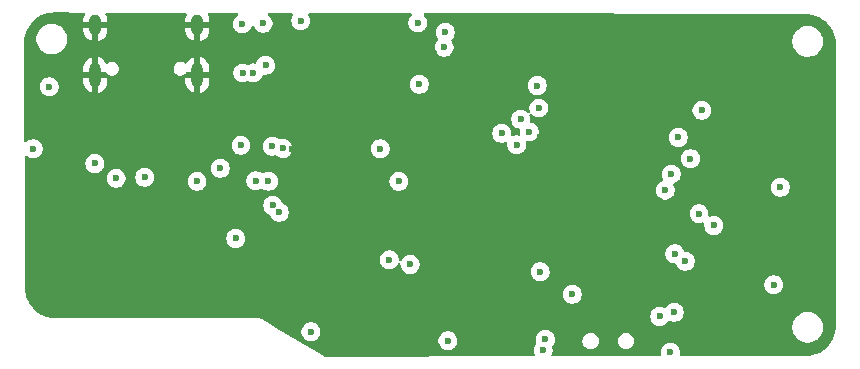
<source format=gbr>
%TF.GenerationSoftware,KiCad,Pcbnew,9.0.2*%
%TF.CreationDate,2025-11-18T20:52:18-03:00*%
%TF.ProjectId,Smart_insoles_2025_v1,536d6172-745f-4696-9e73-6f6c65735f32,rev?*%
%TF.SameCoordinates,Original*%
%TF.FileFunction,Copper,L2,Inr*%
%TF.FilePolarity,Positive*%
%FSLAX46Y46*%
G04 Gerber Fmt 4.6, Leading zero omitted, Abs format (unit mm)*
G04 Created by KiCad (PCBNEW 9.0.2) date 2025-11-18 20:52:18*
%MOMM*%
%LPD*%
G01*
G04 APERTURE LIST*
%TA.AperFunction,HeatsinkPad*%
%ADD10O,1.000000X2.100000*%
%TD*%
%TA.AperFunction,HeatsinkPad*%
%ADD11O,1.000000X1.800000*%
%TD*%
%TA.AperFunction,ViaPad*%
%ADD12C,0.600000*%
%TD*%
G04 APERTURE END LIST*
D10*
%TO.N,GND*%
%TO.C,J2*%
X119970000Y-74680000D03*
D11*
X119970000Y-70500000D03*
D10*
X111330000Y-74680000D03*
D11*
X111330000Y-70500000D03*
%TD*%
D12*
%TO.N,Net-(U5-IO9)*%
X111300000Y-82200000D03*
X113100000Y-83450000D03*
%TO.N,Net-(U5-EN)*%
X126908038Y-86323520D03*
X123216808Y-88550000D03*
%TO.N,/FSR_AnalogFE/FSR_IN*%
X137038465Y-83708465D03*
X135470000Y-80940000D03*
%TO.N,/FSR_AnalogFE/FSR_OUT_6*%
X168770000Y-92460000D03*
X140970000Y-71110000D03*
%TO.N,/FSR_AnalogFE/FSR_OUT_7*%
X138640000Y-70300000D03*
X169340000Y-84210000D03*
%TO.N,/FSR_AnalogFE/FSR_OUT_5*%
X161300000Y-90490000D03*
X140870000Y-72360000D03*
%TO.N,/FSR_AnalogFE/FSR_OUT_4*%
X161730000Y-81795963D03*
X138770000Y-75500000D03*
%TO.N,+3V3*%
X160037285Y-98202795D03*
X160700000Y-80000000D03*
X106090000Y-80960000D03*
X123670000Y-80660000D03*
X160350000Y-94800000D03*
X141190000Y-97200000D03*
X160100735Y-83100735D03*
X149250000Y-98000000D03*
X129590000Y-96450000D03*
X160400000Y-89850000D03*
%TO.N,GND*%
X140050000Y-72850000D03*
X117050000Y-94250000D03*
X127050000Y-90350000D03*
X149850000Y-78400000D03*
X128500000Y-95950000D03*
X115420000Y-94020000D03*
X169400000Y-76750000D03*
X140250000Y-81200000D03*
X115850000Y-93350000D03*
X119800000Y-93200000D03*
X150070000Y-89460000D03*
X129800000Y-89750000D03*
X134185504Y-76108698D03*
X114300000Y-88200000D03*
X128027646Y-80991357D03*
X136100000Y-76000000D03*
X139900000Y-92600000D03*
X144200000Y-97842047D03*
X121800000Y-94200000D03*
X117800000Y-87000000D03*
X140600000Y-77800000D03*
X116250000Y-94065000D03*
X155230000Y-88880000D03*
X115650000Y-81050000D03*
X117850000Y-94150000D03*
X109200000Y-86600000D03*
X111000000Y-94900000D03*
X107800000Y-89600000D03*
X122680000Y-94080000D03*
X138800000Y-72700000D03*
X118700000Y-94200000D03*
X164200000Y-94550000D03*
X122690000Y-93290000D03*
X145700000Y-73050000D03*
X130550000Y-91500000D03*
X119650000Y-86850000D03*
X115900000Y-86900000D03*
X144950000Y-83150000D03*
X144200000Y-73000000D03*
X113810000Y-94010000D03*
X119500000Y-94150000D03*
X134700000Y-87020000D03*
X130970000Y-72380000D03*
X127045573Y-96023885D03*
X132400000Y-75850000D03*
X172450000Y-91300000D03*
X111100000Y-80350000D03*
X121050000Y-90150000D03*
X163300000Y-79200000D03*
X114385000Y-90115000D03*
X117170000Y-81430000D03*
X169100000Y-88550000D03*
X114600000Y-93990000D03*
X135750000Y-95200000D03*
X127560000Y-83650000D03*
X131780000Y-74742500D03*
X126763142Y-88003142D03*
X121300000Y-86500000D03*
X146800000Y-87450000D03*
X114500000Y-92050000D03*
X117800000Y-93200000D03*
X122250000Y-90800000D03*
X148650000Y-73650000D03*
X120300000Y-94250000D03*
X121000000Y-94200000D03*
X124770000Y-93705000D03*
X162900000Y-84050000D03*
X163415637Y-89884363D03*
X142144265Y-72844265D03*
X106150000Y-89450000D03*
X113050000Y-94015000D03*
X122750000Y-86450000D03*
X129030000Y-72419100D03*
X146250000Y-92850000D03*
X134850000Y-95900000D03*
X118500000Y-80350000D03*
X135050000Y-97850000D03*
X124930000Y-75542500D03*
X172700000Y-76900000D03*
X121000000Y-84200000D03*
X155280000Y-77560000D03*
X124385000Y-85165000D03*
X112200000Y-84150000D03*
X149000000Y-80000000D03*
X128400000Y-85864998D03*
%TO.N,VBUS*%
X107440000Y-75700000D03*
%TO.N,CS*%
X125750000Y-73890000D03*
X125540000Y-70330000D03*
%TO.N,SDO{slash}SA0*%
X123780000Y-70390000D03*
%TO.N,SCL*%
X124720000Y-74530000D03*
%TO.N,SDA*%
X123820000Y-74540000D03*
%TO.N,I3*%
X159600000Y-84450000D03*
X162700000Y-77700000D03*
%TO.N,I0*%
X145750000Y-79650000D03*
X148900000Y-77500000D03*
X148900000Y-77500000D03*
X148900000Y-77500000D03*
X147350000Y-78450000D03*
X148750000Y-75600000D03*
%TO.N,S3*%
X126338258Y-80738258D03*
X124920000Y-83650000D03*
%TO.N,I7*%
X163700000Y-87450000D03*
X159120000Y-95150000D03*
X149450000Y-97100000D03*
X162450000Y-86450000D03*
%TO.N,I1*%
X147010000Y-80620000D03*
X148088182Y-79521818D03*
%TO.N,I5*%
X149000000Y-91360000D03*
X151720000Y-93280000D03*
%TO.N,S2*%
X127230000Y-80930000D03*
X126000000Y-83700000D03*
%TO.N,SIG*%
X126349000Y-85750000D03*
X137990000Y-90750000D03*
X121910000Y-82600000D03*
X136230000Y-90360000D03*
%TO.N,INT*%
X128720000Y-70100000D03*
%TO.N,IO8*%
X115524999Y-83376471D03*
%TO.N,IO10*%
X119950000Y-83700000D03*
%TD*%
%TA.AperFunction,Conductor*%
%TO.N,GND*%
G36*
X110349698Y-69420342D02*
G01*
X110416695Y-69440156D01*
X110462348Y-69493048D01*
X110472157Y-69562226D01*
X110452558Y-69613229D01*
X110443815Y-69626314D01*
X110443807Y-69626328D01*
X110368430Y-69808306D01*
X110368427Y-69808318D01*
X110330000Y-70001504D01*
X110330000Y-70250000D01*
X111030000Y-70250000D01*
X111030000Y-70750000D01*
X110330000Y-70750000D01*
X110330000Y-70998495D01*
X110368427Y-71191681D01*
X110368429Y-71191689D01*
X110443807Y-71373671D01*
X110443814Y-71373684D01*
X110553248Y-71537462D01*
X110553251Y-71537466D01*
X110692533Y-71676748D01*
X110692537Y-71676751D01*
X110856315Y-71786185D01*
X110856328Y-71786192D01*
X111038308Y-71861569D01*
X111080000Y-71869862D01*
X111080000Y-71066988D01*
X111089940Y-71084205D01*
X111145795Y-71140060D01*
X111214204Y-71179556D01*
X111290504Y-71200000D01*
X111369496Y-71200000D01*
X111445796Y-71179556D01*
X111514205Y-71140060D01*
X111570060Y-71084205D01*
X111580000Y-71066988D01*
X111580000Y-71869862D01*
X111621690Y-71861569D01*
X111621692Y-71861569D01*
X111803671Y-71786192D01*
X111803684Y-71786185D01*
X111967462Y-71676751D01*
X111967466Y-71676748D01*
X112106748Y-71537466D01*
X112106751Y-71537462D01*
X112216185Y-71373684D01*
X112216192Y-71373671D01*
X112291571Y-71191689D01*
X112291572Y-71191681D01*
X112329999Y-70998495D01*
X112330000Y-70998492D01*
X112330000Y-70750000D01*
X111630000Y-70750000D01*
X111630000Y-70250000D01*
X112330000Y-70250000D01*
X112330000Y-70001508D01*
X112329999Y-70001504D01*
X112291572Y-69808318D01*
X112291569Y-69808306D01*
X112216192Y-69626328D01*
X112216185Y-69626315D01*
X112209985Y-69617036D01*
X112189107Y-69550358D01*
X112207592Y-69482978D01*
X112259571Y-69436288D01*
X112313322Y-69424146D01*
X118978530Y-69437057D01*
X119045526Y-69456871D01*
X119091179Y-69509763D01*
X119100988Y-69578941D01*
X119085169Y-69620137D01*
X119086684Y-69620947D01*
X119083807Y-69626328D01*
X119008430Y-69808306D01*
X119008427Y-69808318D01*
X118970000Y-70001504D01*
X118970000Y-70250000D01*
X119670000Y-70250000D01*
X119670000Y-70750000D01*
X118970000Y-70750000D01*
X118970000Y-70998495D01*
X119008427Y-71191681D01*
X119008429Y-71191689D01*
X119083807Y-71373671D01*
X119083814Y-71373684D01*
X119193248Y-71537462D01*
X119193251Y-71537466D01*
X119332533Y-71676748D01*
X119332537Y-71676751D01*
X119496315Y-71786185D01*
X119496328Y-71786192D01*
X119678308Y-71861569D01*
X119720000Y-71869862D01*
X119720000Y-71066988D01*
X119729940Y-71084205D01*
X119785795Y-71140060D01*
X119854204Y-71179556D01*
X119930504Y-71200000D01*
X120009496Y-71200000D01*
X120085796Y-71179556D01*
X120154205Y-71140060D01*
X120210060Y-71084205D01*
X120220000Y-71066988D01*
X120220000Y-71869862D01*
X120261690Y-71861569D01*
X120261692Y-71861569D01*
X120443671Y-71786192D01*
X120443684Y-71786185D01*
X120607462Y-71676751D01*
X120607466Y-71676748D01*
X120746748Y-71537466D01*
X120746751Y-71537462D01*
X120856185Y-71373684D01*
X120856192Y-71373671D01*
X120931571Y-71191689D01*
X120931572Y-71191681D01*
X120969999Y-70998495D01*
X120970000Y-70998492D01*
X120970000Y-70750000D01*
X120270000Y-70750000D01*
X120270000Y-70250000D01*
X120970000Y-70250000D01*
X120970000Y-70001508D01*
X120969999Y-70001504D01*
X120931572Y-69808318D01*
X120931569Y-69808306D01*
X120856188Y-69626320D01*
X120854604Y-69623355D01*
X120854243Y-69621623D01*
X120853858Y-69620693D01*
X120854034Y-69620619D01*
X120840363Y-69554952D01*
X120865365Y-69489709D01*
X120921670Y-69448339D01*
X120964202Y-69440904D01*
X123345845Y-69445517D01*
X123412844Y-69465332D01*
X123458497Y-69518224D01*
X123468306Y-69587402D01*
X123439158Y-69650901D01*
X123404065Y-69678870D01*
X123400828Y-69680600D01*
X123269711Y-69768210D01*
X123269707Y-69768213D01*
X123158213Y-69879707D01*
X123158210Y-69879711D01*
X123070609Y-70010814D01*
X123070602Y-70010827D01*
X123010264Y-70156498D01*
X123010261Y-70156510D01*
X122979500Y-70311153D01*
X122979500Y-70468846D01*
X123010261Y-70623489D01*
X123010264Y-70623501D01*
X123070602Y-70769172D01*
X123070609Y-70769185D01*
X123158210Y-70900288D01*
X123158213Y-70900292D01*
X123269707Y-71011786D01*
X123269711Y-71011789D01*
X123400814Y-71099390D01*
X123400827Y-71099397D01*
X123498998Y-71140060D01*
X123546503Y-71159737D01*
X123665394Y-71183386D01*
X123701153Y-71190499D01*
X123701156Y-71190500D01*
X123701158Y-71190500D01*
X123858844Y-71190500D01*
X123858845Y-71190499D01*
X124013497Y-71159737D01*
X124159179Y-71099394D01*
X124290289Y-71011789D01*
X124401789Y-70900289D01*
X124489394Y-70769179D01*
X124549737Y-70623497D01*
X124549738Y-70623489D01*
X124551506Y-70617665D01*
X124552812Y-70618061D01*
X124581973Y-70562302D01*
X124642686Y-70527723D01*
X124712456Y-70531457D01*
X124769131Y-70572318D01*
X124785774Y-70600945D01*
X124830602Y-70709172D01*
X124830609Y-70709185D01*
X124918210Y-70840288D01*
X124918213Y-70840292D01*
X125029707Y-70951786D01*
X125029711Y-70951789D01*
X125160814Y-71039390D01*
X125160827Y-71039397D01*
X125234078Y-71069738D01*
X125306503Y-71099737D01*
X125450108Y-71128302D01*
X125461153Y-71130499D01*
X125461156Y-71130500D01*
X125461158Y-71130500D01*
X125618844Y-71130500D01*
X125618845Y-71130499D01*
X125773497Y-71099737D01*
X125919179Y-71039394D01*
X126050289Y-70951789D01*
X126161789Y-70840289D01*
X126249394Y-70709179D01*
X126309737Y-70563497D01*
X126340500Y-70408842D01*
X126340500Y-70251158D01*
X126340500Y-70251155D01*
X126340499Y-70251153D01*
X126323727Y-70166837D01*
X126309737Y-70096503D01*
X126294826Y-70060504D01*
X126249397Y-69950827D01*
X126249390Y-69950814D01*
X126161789Y-69819711D01*
X126161786Y-69819707D01*
X126050292Y-69708213D01*
X126004932Y-69677904D01*
X125960128Y-69624291D01*
X125951421Y-69554966D01*
X125981576Y-69491939D01*
X126041020Y-69455220D01*
X126074059Y-69450802D01*
X127956844Y-69454449D01*
X128023842Y-69474264D01*
X128069495Y-69527156D01*
X128079304Y-69596334D01*
X128059704Y-69647339D01*
X128010608Y-69720816D01*
X128010602Y-69720827D01*
X127950264Y-69866498D01*
X127950261Y-69866510D01*
X127919500Y-70021153D01*
X127919500Y-70178846D01*
X127950261Y-70333489D01*
X127950264Y-70333501D01*
X128010602Y-70479172D01*
X128010609Y-70479185D01*
X128098210Y-70610288D01*
X128098213Y-70610292D01*
X128209707Y-70721786D01*
X128209711Y-70721789D01*
X128340814Y-70809390D01*
X128340827Y-70809397D01*
X128457397Y-70857681D01*
X128486503Y-70869737D01*
X128640092Y-70900288D01*
X128641153Y-70900499D01*
X128641156Y-70900500D01*
X128641158Y-70900500D01*
X128798844Y-70900500D01*
X128798845Y-70900499D01*
X128953497Y-70869737D01*
X129099179Y-70809394D01*
X129230289Y-70721789D01*
X129341789Y-70610289D01*
X129429394Y-70479179D01*
X129489737Y-70333497D01*
X129520500Y-70178842D01*
X129520500Y-70021158D01*
X129520500Y-70021155D01*
X129520499Y-70021153D01*
X129516591Y-70001508D01*
X129489737Y-69866503D01*
X129470354Y-69819707D01*
X129429397Y-69720827D01*
X129429390Y-69720814D01*
X129382275Y-69650302D01*
X129361397Y-69583625D01*
X129379881Y-69516245D01*
X129431860Y-69469554D01*
X129485614Y-69457411D01*
X138034827Y-69473972D01*
X138101827Y-69493787D01*
X138147480Y-69546679D01*
X138157289Y-69615857D01*
X138128141Y-69679356D01*
X138122268Y-69685653D01*
X138018210Y-69789711D01*
X137930609Y-69920814D01*
X137930602Y-69920827D01*
X137870264Y-70066498D01*
X137870261Y-70066510D01*
X137839500Y-70221153D01*
X137839500Y-70378846D01*
X137870261Y-70533489D01*
X137870264Y-70533501D01*
X137930602Y-70679172D01*
X137930609Y-70679185D01*
X138018210Y-70810288D01*
X138018213Y-70810292D01*
X138129707Y-70921786D01*
X138129711Y-70921789D01*
X138260814Y-71009390D01*
X138260827Y-71009397D01*
X138406498Y-71069735D01*
X138406503Y-71069737D01*
X138555578Y-71099390D01*
X138561153Y-71100499D01*
X138561156Y-71100500D01*
X138561158Y-71100500D01*
X138718844Y-71100500D01*
X138718845Y-71100499D01*
X138873497Y-71069737D01*
X139019179Y-71009394D01*
X139150289Y-70921789D01*
X139261789Y-70810289D01*
X139349394Y-70679179D01*
X139409737Y-70533497D01*
X139440500Y-70378842D01*
X139440500Y-70221158D01*
X139440500Y-70221155D01*
X139440499Y-70221153D01*
X139434010Y-70188533D01*
X139409737Y-70066503D01*
X139390955Y-70021158D01*
X139349397Y-69920827D01*
X139349390Y-69920814D01*
X139261789Y-69789711D01*
X139261786Y-69789707D01*
X139160082Y-69688003D01*
X139126597Y-69626680D01*
X139131581Y-69556988D01*
X139173453Y-69501055D01*
X139238917Y-69476638D01*
X139247988Y-69476322D01*
X171412512Y-69538629D01*
X171414368Y-69538633D01*
X171414840Y-69538760D01*
X171477485Y-69538760D01*
X171477511Y-69538767D01*
X171484190Y-69538955D01*
X171510329Y-69540423D01*
X171759016Y-69554392D01*
X171772818Y-69555948D01*
X172040745Y-69601472D01*
X172054296Y-69604566D01*
X172315421Y-69679798D01*
X172328544Y-69684389D01*
X172579626Y-69788393D01*
X172592120Y-69794409D01*
X172830008Y-69925886D01*
X172841748Y-69933263D01*
X172965623Y-70021158D01*
X173063387Y-70090526D01*
X173074257Y-70099194D01*
X173163387Y-70178846D01*
X173276889Y-70280277D01*
X173286720Y-70290108D01*
X173381818Y-70396523D01*
X173467804Y-70492741D01*
X173476473Y-70503612D01*
X173518964Y-70563497D01*
X173631279Y-70721789D01*
X173633729Y-70725241D01*
X173641116Y-70736996D01*
X173772586Y-70974871D01*
X173778609Y-70987380D01*
X173788719Y-71011786D01*
X173882609Y-71238454D01*
X173887201Y-71251578D01*
X173962432Y-71512700D01*
X173965527Y-71526257D01*
X174011050Y-71794173D01*
X174012607Y-71807991D01*
X174028042Y-72082781D01*
X174028237Y-72089752D01*
X174024917Y-95771786D01*
X174024899Y-95900081D01*
X174024888Y-95900124D01*
X174024889Y-95957770D01*
X174024889Y-95962561D01*
X174024888Y-95962563D01*
X174024694Y-95969491D01*
X174009270Y-96244289D01*
X174007714Y-96258107D01*
X173962200Y-96526031D01*
X173959105Y-96539589D01*
X173883883Y-96800708D01*
X173879291Y-96813834D01*
X173775297Y-97064911D01*
X173769264Y-97077437D01*
X173745103Y-97121155D01*
X173637818Y-97315276D01*
X173630420Y-97327050D01*
X173473164Y-97548685D01*
X173464494Y-97559557D01*
X173283414Y-97762187D01*
X173273581Y-97772020D01*
X173070947Y-97953103D01*
X173060074Y-97961773D01*
X172838454Y-98119017D01*
X172826680Y-98126415D01*
X172588825Y-98257869D01*
X172576295Y-98263903D01*
X172325233Y-98367890D01*
X172312108Y-98372483D01*
X172050972Y-98447708D01*
X172037414Y-98450802D01*
X171769498Y-98496315D01*
X171755680Y-98497871D01*
X171480726Y-98513303D01*
X171473917Y-98513498D01*
X171473141Y-98513498D01*
X171411516Y-98513497D01*
X171411245Y-98513568D01*
X171402976Y-98513578D01*
X171402974Y-98513577D01*
X171402969Y-98513578D01*
X160940651Y-98524761D01*
X160873590Y-98505148D01*
X160827779Y-98452393D01*
X160817761Y-98383245D01*
X160818895Y-98376600D01*
X160837785Y-98281637D01*
X160837785Y-98123953D01*
X160837785Y-98123950D01*
X160837784Y-98123948D01*
X160829521Y-98082409D01*
X160807022Y-97969298D01*
X160787080Y-97921153D01*
X160746682Y-97823622D01*
X160746675Y-97823609D01*
X160659074Y-97692506D01*
X160659071Y-97692502D01*
X160547577Y-97581008D01*
X160547573Y-97581005D01*
X160416470Y-97493404D01*
X160416457Y-97493397D01*
X160270786Y-97433059D01*
X160270774Y-97433056D01*
X160116130Y-97402295D01*
X160116127Y-97402295D01*
X159958443Y-97402295D01*
X159958440Y-97402295D01*
X159803795Y-97433056D01*
X159803783Y-97433059D01*
X159658112Y-97493397D01*
X159658099Y-97493404D01*
X159526996Y-97581005D01*
X159526992Y-97581008D01*
X159415498Y-97692502D01*
X159415495Y-97692506D01*
X159327894Y-97823609D01*
X159327887Y-97823622D01*
X159267549Y-97969293D01*
X159267546Y-97969305D01*
X159236785Y-98123948D01*
X159236785Y-98281641D01*
X159256052Y-98378501D01*
X159249825Y-98448092D01*
X159206962Y-98503269D01*
X159141072Y-98526514D01*
X159134568Y-98526692D01*
X150079995Y-98536369D01*
X150012934Y-98516756D01*
X149967123Y-98464001D01*
X149957105Y-98394853D01*
X149965299Y-98364922D01*
X150019737Y-98233497D01*
X150050500Y-98078842D01*
X150050500Y-97921158D01*
X150050500Y-97921155D01*
X150050499Y-97921153D01*
X150037494Y-97855775D01*
X150019737Y-97766503D01*
X150019732Y-97766492D01*
X150017969Y-97760676D01*
X150019934Y-97760079D01*
X150013465Y-97699931D01*
X150044738Y-97637451D01*
X150047769Y-97634308D01*
X150071789Y-97610289D01*
X150159394Y-97479179D01*
X150164964Y-97465733D01*
X150191240Y-97402295D01*
X150219737Y-97333497D01*
X150225605Y-97303995D01*
X152574499Y-97303995D01*
X152601418Y-97439322D01*
X152601421Y-97439332D01*
X152654221Y-97566804D01*
X152654228Y-97566817D01*
X152730885Y-97681541D01*
X152730888Y-97681545D01*
X152828454Y-97779111D01*
X152828458Y-97779114D01*
X152943182Y-97855771D01*
X152943195Y-97855778D01*
X153070667Y-97908578D01*
X153070672Y-97908580D01*
X153070676Y-97908580D01*
X153070677Y-97908581D01*
X153206004Y-97935500D01*
X153206007Y-97935500D01*
X153343995Y-97935500D01*
X153435041Y-97917389D01*
X153479328Y-97908580D01*
X153606811Y-97855775D01*
X153721542Y-97779114D01*
X153819114Y-97681542D01*
X153895775Y-97566811D01*
X153948580Y-97439328D01*
X153957389Y-97395041D01*
X153975500Y-97303995D01*
X155574499Y-97303995D01*
X155601418Y-97439322D01*
X155601421Y-97439332D01*
X155654221Y-97566804D01*
X155654228Y-97566817D01*
X155730885Y-97681541D01*
X155730888Y-97681545D01*
X155828454Y-97779111D01*
X155828458Y-97779114D01*
X155943182Y-97855771D01*
X155943195Y-97855778D01*
X156070667Y-97908578D01*
X156070672Y-97908580D01*
X156070676Y-97908580D01*
X156070677Y-97908581D01*
X156206004Y-97935500D01*
X156206007Y-97935500D01*
X156343995Y-97935500D01*
X156435041Y-97917389D01*
X156479328Y-97908580D01*
X156606811Y-97855775D01*
X156721542Y-97779114D01*
X156819114Y-97681542D01*
X156895775Y-97566811D01*
X156948580Y-97439328D01*
X156957389Y-97395041D01*
X156975500Y-97303995D01*
X156975500Y-97166004D01*
X156948581Y-97030677D01*
X156948580Y-97030676D01*
X156948580Y-97030672D01*
X156948578Y-97030667D01*
X156895778Y-96903195D01*
X156895771Y-96903182D01*
X156819114Y-96788458D01*
X156819111Y-96788454D01*
X156721545Y-96690888D01*
X156721541Y-96690885D01*
X156606817Y-96614228D01*
X156606804Y-96614221D01*
X156479332Y-96561421D01*
X156479322Y-96561418D01*
X156343995Y-96534500D01*
X156343993Y-96534500D01*
X156206007Y-96534500D01*
X156206005Y-96534500D01*
X156070677Y-96561418D01*
X156070667Y-96561421D01*
X155943195Y-96614221D01*
X155943182Y-96614228D01*
X155828458Y-96690885D01*
X155828454Y-96690888D01*
X155730888Y-96788454D01*
X155730885Y-96788458D01*
X155654228Y-96903182D01*
X155654221Y-96903195D01*
X155601421Y-97030667D01*
X155601418Y-97030677D01*
X155574500Y-97166004D01*
X155574500Y-97166007D01*
X155574500Y-97303993D01*
X155574500Y-97303995D01*
X155574499Y-97303995D01*
X153975500Y-97303995D01*
X153975500Y-97166004D01*
X153948581Y-97030677D01*
X153948580Y-97030676D01*
X153948580Y-97030672D01*
X153948578Y-97030667D01*
X153895778Y-96903195D01*
X153895771Y-96903182D01*
X153819114Y-96788458D01*
X153819111Y-96788454D01*
X153721545Y-96690888D01*
X153721541Y-96690885D01*
X153606817Y-96614228D01*
X153606804Y-96614221D01*
X153479332Y-96561421D01*
X153479322Y-96561418D01*
X153343995Y-96534500D01*
X153343993Y-96534500D01*
X153206007Y-96534500D01*
X153206005Y-96534500D01*
X153070677Y-96561418D01*
X153070667Y-96561421D01*
X152943195Y-96614221D01*
X152943182Y-96614228D01*
X152828458Y-96690885D01*
X152828454Y-96690888D01*
X152730888Y-96788454D01*
X152730885Y-96788458D01*
X152654228Y-96903182D01*
X152654221Y-96903195D01*
X152601421Y-97030667D01*
X152601418Y-97030677D01*
X152574500Y-97166004D01*
X152574500Y-97166007D01*
X152574500Y-97303993D01*
X152574500Y-97303995D01*
X152574499Y-97303995D01*
X150225605Y-97303995D01*
X150250500Y-97178842D01*
X150250500Y-97021158D01*
X150250500Y-97021155D01*
X150250499Y-97021153D01*
X150238392Y-96960288D01*
X150219737Y-96866503D01*
X150204307Y-96829252D01*
X150159397Y-96720827D01*
X150159390Y-96720814D01*
X150071789Y-96589711D01*
X150071786Y-96589707D01*
X149960292Y-96478213D01*
X149960288Y-96478210D01*
X149829185Y-96390609D01*
X149829172Y-96390602D01*
X149683501Y-96330264D01*
X149683489Y-96330261D01*
X149528845Y-96299500D01*
X149528842Y-96299500D01*
X149371158Y-96299500D01*
X149371155Y-96299500D01*
X149216510Y-96330261D01*
X149216498Y-96330264D01*
X149070827Y-96390602D01*
X149070814Y-96390609D01*
X148939711Y-96478210D01*
X148939707Y-96478213D01*
X148828213Y-96589707D01*
X148828210Y-96589711D01*
X148740609Y-96720814D01*
X148740602Y-96720827D01*
X148680264Y-96866498D01*
X148680261Y-96866510D01*
X148649500Y-97021153D01*
X148649500Y-97178846D01*
X148680261Y-97333489D01*
X148682031Y-97339324D01*
X148680066Y-97339920D01*
X148686532Y-97400073D01*
X148655257Y-97462552D01*
X148652187Y-97465733D01*
X148628213Y-97489708D01*
X148628208Y-97489714D01*
X148540609Y-97620814D01*
X148540602Y-97620827D01*
X148480264Y-97766498D01*
X148480261Y-97766510D01*
X148449500Y-97921153D01*
X148449500Y-98078846D01*
X148480261Y-98233489D01*
X148480264Y-98233501D01*
X148535432Y-98366690D01*
X148542901Y-98436159D01*
X148511625Y-98498638D01*
X148451536Y-98534290D01*
X148421004Y-98538142D01*
X130727751Y-98557054D01*
X130663919Y-98539442D01*
X130661330Y-98537892D01*
X127042544Y-96371153D01*
X128789500Y-96371153D01*
X128789500Y-96528846D01*
X128820261Y-96683489D01*
X128820264Y-96683501D01*
X128880602Y-96829172D01*
X128880609Y-96829185D01*
X128968210Y-96960288D01*
X128968213Y-96960292D01*
X129079707Y-97071786D01*
X129079711Y-97071789D01*
X129210814Y-97159390D01*
X129210827Y-97159397D01*
X129356498Y-97219735D01*
X129356503Y-97219737D01*
X129511153Y-97250499D01*
X129511156Y-97250500D01*
X129511158Y-97250500D01*
X129668844Y-97250500D01*
X129668845Y-97250499D01*
X129823497Y-97219737D01*
X129969179Y-97159394D01*
X130026411Y-97121153D01*
X140389500Y-97121153D01*
X140389500Y-97278846D01*
X140420261Y-97433489D01*
X140420264Y-97433501D01*
X140480602Y-97579172D01*
X140480609Y-97579185D01*
X140568210Y-97710288D01*
X140568213Y-97710292D01*
X140679707Y-97821786D01*
X140679711Y-97821789D01*
X140810814Y-97909390D01*
X140810827Y-97909397D01*
X140927539Y-97957740D01*
X140956503Y-97969737D01*
X141111153Y-98000499D01*
X141111156Y-98000500D01*
X141111158Y-98000500D01*
X141268844Y-98000500D01*
X141268845Y-98000499D01*
X141423497Y-97969737D01*
X141569179Y-97909394D01*
X141700289Y-97821789D01*
X141811789Y-97710289D01*
X141899394Y-97579179D01*
X141904515Y-97566817D01*
X141936451Y-97489714D01*
X141959737Y-97433497D01*
X141990500Y-97278842D01*
X141990500Y-97121158D01*
X141990500Y-97121155D01*
X141990499Y-97121153D01*
X141971847Y-97027385D01*
X141959737Y-96966503D01*
X141918314Y-96866498D01*
X141899397Y-96820827D01*
X141899390Y-96820814D01*
X141811789Y-96689711D01*
X141811786Y-96689707D01*
X141700292Y-96578213D01*
X141700288Y-96578210D01*
X141569185Y-96490609D01*
X141569172Y-96490602D01*
X141423501Y-96430264D01*
X141423489Y-96430261D01*
X141268845Y-96399500D01*
X141268842Y-96399500D01*
X141111158Y-96399500D01*
X141111155Y-96399500D01*
X140956510Y-96430261D01*
X140956498Y-96430264D01*
X140810827Y-96490602D01*
X140810814Y-96490609D01*
X140679711Y-96578210D01*
X140679707Y-96578213D01*
X140568213Y-96689707D01*
X140568210Y-96689711D01*
X140480609Y-96820814D01*
X140480602Y-96820827D01*
X140420264Y-96966498D01*
X140420261Y-96966510D01*
X140389500Y-97121153D01*
X130026411Y-97121153D01*
X130100289Y-97071789D01*
X130115112Y-97056966D01*
X130144694Y-97027385D01*
X130211786Y-96960292D01*
X130211789Y-96960289D01*
X130299394Y-96829179D01*
X130302854Y-96820827D01*
X130333595Y-96746610D01*
X130359737Y-96683497D01*
X130390500Y-96528842D01*
X130390500Y-96371158D01*
X130390500Y-96371155D01*
X130390499Y-96371153D01*
X130382365Y-96330261D01*
X130359737Y-96216503D01*
X130359735Y-96216498D01*
X130299397Y-96070827D01*
X130299390Y-96070814D01*
X130227115Y-95962648D01*
X170349500Y-95962648D01*
X170349500Y-96167351D01*
X170381522Y-96369534D01*
X170444781Y-96564223D01*
X170505551Y-96683489D01*
X170524569Y-96720814D01*
X170537715Y-96746613D01*
X170658028Y-96912213D01*
X170802786Y-97056971D01*
X170891134Y-97121158D01*
X170968390Y-97177287D01*
X171051699Y-97219735D01*
X171150776Y-97270218D01*
X171150778Y-97270218D01*
X171150781Y-97270220D01*
X171254724Y-97303993D01*
X171345465Y-97333477D01*
X171446557Y-97349488D01*
X171547648Y-97365500D01*
X171547649Y-97365500D01*
X171752351Y-97365500D01*
X171752352Y-97365500D01*
X171954534Y-97333477D01*
X172149219Y-97270220D01*
X172331610Y-97177287D01*
X172424590Y-97109732D01*
X172497213Y-97056971D01*
X172497215Y-97056968D01*
X172497219Y-97056966D01*
X172641966Y-96912219D01*
X172641968Y-96912215D01*
X172641971Y-96912213D01*
X172694732Y-96839590D01*
X172762287Y-96746610D01*
X172855220Y-96564219D01*
X172918477Y-96369534D01*
X172950500Y-96167352D01*
X172950500Y-95962648D01*
X172929207Y-95828210D01*
X172918477Y-95760465D01*
X172885928Y-95660292D01*
X172855220Y-95565781D01*
X172855218Y-95565778D01*
X172855218Y-95565776D01*
X172781852Y-95421789D01*
X172762287Y-95383390D01*
X172754556Y-95372749D01*
X172641971Y-95217786D01*
X172497213Y-95073028D01*
X172331613Y-94952715D01*
X172331612Y-94952714D01*
X172331610Y-94952713D01*
X172260534Y-94916498D01*
X172149223Y-94859781D01*
X171954534Y-94796522D01*
X171779995Y-94768878D01*
X171752352Y-94764500D01*
X171547648Y-94764500D01*
X171523329Y-94768351D01*
X171345465Y-94796522D01*
X171150776Y-94859781D01*
X170968386Y-94952715D01*
X170802786Y-95073028D01*
X170658028Y-95217786D01*
X170537715Y-95383386D01*
X170444781Y-95565776D01*
X170381522Y-95760465D01*
X170349500Y-95962648D01*
X130227115Y-95962648D01*
X130211789Y-95939711D01*
X130211786Y-95939707D01*
X130100292Y-95828213D01*
X130100288Y-95828210D01*
X129969185Y-95740609D01*
X129969172Y-95740602D01*
X129823501Y-95680264D01*
X129823489Y-95680261D01*
X129668845Y-95649500D01*
X129668842Y-95649500D01*
X129511158Y-95649500D01*
X129511155Y-95649500D01*
X129356510Y-95680261D01*
X129356498Y-95680264D01*
X129210827Y-95740602D01*
X129210814Y-95740609D01*
X129079711Y-95828210D01*
X129079707Y-95828213D01*
X128968213Y-95939707D01*
X128968210Y-95939711D01*
X128880609Y-96070814D01*
X128880602Y-96070827D01*
X128820264Y-96216498D01*
X128820261Y-96216510D01*
X128789500Y-96371153D01*
X127042544Y-96371153D01*
X125437483Y-95410127D01*
X125434594Y-95407238D01*
X125380402Y-95375950D01*
X125327837Y-95344477D01*
X125327834Y-95344475D01*
X125326593Y-95343938D01*
X125325970Y-95343625D01*
X125324594Y-95343055D01*
X125324576Y-95343048D01*
X125321832Y-95341911D01*
X125321831Y-95341910D01*
X125320470Y-95341347D01*
X125261270Y-95325483D01*
X125259374Y-95324959D01*
X125201101Y-95308348D01*
X125199719Y-95308144D01*
X125199717Y-95308143D01*
X125196089Y-95307606D01*
X125196029Y-95307598D01*
X125195132Y-95307465D01*
X125194610Y-95307427D01*
X125193174Y-95307238D01*
X125193172Y-95307238D01*
X125131225Y-95307238D01*
X125069335Y-95306254D01*
X125065414Y-95307238D01*
X107873356Y-95307238D01*
X107862355Y-95306749D01*
X107580505Y-95281644D01*
X107566150Y-95279513D01*
X107288353Y-95221482D01*
X107274347Y-95217688D01*
X107223361Y-95200620D01*
X107169688Y-95182652D01*
X107169687Y-95182651D01*
X107005239Y-95127599D01*
X106991771Y-95122195D01*
X106883391Y-95071153D01*
X158319500Y-95071153D01*
X158319500Y-95228846D01*
X158350261Y-95383489D01*
X158350264Y-95383501D01*
X158410602Y-95529172D01*
X158410609Y-95529185D01*
X158498210Y-95660288D01*
X158498213Y-95660292D01*
X158609707Y-95771786D01*
X158609711Y-95771789D01*
X158740814Y-95859390D01*
X158740827Y-95859397D01*
X158841190Y-95900968D01*
X158886503Y-95919737D01*
X159041153Y-95950499D01*
X159041156Y-95950500D01*
X159041158Y-95950500D01*
X159198844Y-95950500D01*
X159198845Y-95950499D01*
X159353497Y-95919737D01*
X159499179Y-95859394D01*
X159499185Y-95859390D01*
X159506244Y-95854674D01*
X159569145Y-95812643D01*
X159630289Y-95771789D01*
X159741789Y-95660289D01*
X159781739Y-95600500D01*
X159813914Y-95552347D01*
X159867526Y-95507541D01*
X159936851Y-95498834D01*
X159964703Y-95508242D01*
X159965192Y-95507063D01*
X160106940Y-95565776D01*
X160116503Y-95569737D01*
X160271153Y-95600499D01*
X160271156Y-95600500D01*
X160271158Y-95600500D01*
X160428844Y-95600500D01*
X160428845Y-95600499D01*
X160583497Y-95569737D01*
X160729179Y-95509394D01*
X160860289Y-95421789D01*
X160971789Y-95310289D01*
X161059394Y-95179179D01*
X161119737Y-95033497D01*
X161150500Y-94878842D01*
X161150500Y-94721158D01*
X161150500Y-94721155D01*
X161150499Y-94721153D01*
X161138070Y-94658671D01*
X161119737Y-94566503D01*
X161071963Y-94451165D01*
X161059397Y-94420827D01*
X161059390Y-94420814D01*
X160971789Y-94289711D01*
X160971786Y-94289707D01*
X160860292Y-94178213D01*
X160860288Y-94178210D01*
X160729185Y-94090609D01*
X160729172Y-94090602D01*
X160583501Y-94030264D01*
X160583489Y-94030261D01*
X160428845Y-93999500D01*
X160428842Y-93999500D01*
X160271158Y-93999500D01*
X160271155Y-93999500D01*
X160116510Y-94030261D01*
X160116498Y-94030264D01*
X159970827Y-94090602D01*
X159970814Y-94090609D01*
X159839711Y-94178210D01*
X159839707Y-94178213D01*
X159728213Y-94289707D01*
X159728210Y-94289711D01*
X159656085Y-94397653D01*
X159602472Y-94442458D01*
X159533147Y-94451165D01*
X159505293Y-94441764D01*
X159504808Y-94442937D01*
X159353501Y-94380264D01*
X159353489Y-94380261D01*
X159198845Y-94349500D01*
X159198842Y-94349500D01*
X159041158Y-94349500D01*
X159041155Y-94349500D01*
X158886510Y-94380261D01*
X158886498Y-94380264D01*
X158740827Y-94440602D01*
X158740814Y-94440609D01*
X158609711Y-94528210D01*
X158609707Y-94528213D01*
X158498213Y-94639707D01*
X158498210Y-94639711D01*
X158410609Y-94770814D01*
X158410602Y-94770827D01*
X158350264Y-94916498D01*
X158350261Y-94916510D01*
X158319500Y-95071153D01*
X106883391Y-95071153D01*
X106735020Y-95001277D01*
X106722275Y-94994336D01*
X106536933Y-94878846D01*
X106481421Y-94844256D01*
X106469575Y-94835874D01*
X106247896Y-94658671D01*
X106237111Y-94648962D01*
X106037661Y-94447084D01*
X106028083Y-94436181D01*
X105853587Y-94212383D01*
X105845348Y-94200435D01*
X105698189Y-93957772D01*
X105691403Y-93944945D01*
X105573606Y-93686759D01*
X105568365Y-93673226D01*
X105481539Y-93403041D01*
X105477915Y-93388987D01*
X105441044Y-93201153D01*
X150919500Y-93201153D01*
X150919500Y-93358846D01*
X150950261Y-93513489D01*
X150950264Y-93513501D01*
X151010602Y-93659172D01*
X151010609Y-93659185D01*
X151098210Y-93790288D01*
X151098213Y-93790292D01*
X151209707Y-93901786D01*
X151209711Y-93901789D01*
X151340814Y-93989390D01*
X151340827Y-93989397D01*
X151486498Y-94049735D01*
X151486503Y-94049737D01*
X151641153Y-94080499D01*
X151641156Y-94080500D01*
X151641158Y-94080500D01*
X151798844Y-94080500D01*
X151798845Y-94080499D01*
X151953497Y-94049737D01*
X152099179Y-93989394D01*
X152230289Y-93901789D01*
X152341789Y-93790289D01*
X152429394Y-93659179D01*
X152489737Y-93513497D01*
X152520500Y-93358842D01*
X152520500Y-93201158D01*
X152520500Y-93201155D01*
X152520499Y-93201153D01*
X152489738Y-93046510D01*
X152489737Y-93046503D01*
X152458170Y-92970292D01*
X152429397Y-92900827D01*
X152429390Y-92900814D01*
X152341789Y-92769711D01*
X152341786Y-92769707D01*
X152230292Y-92658213D01*
X152230288Y-92658210D01*
X152099185Y-92570609D01*
X152099172Y-92570602D01*
X151953501Y-92510264D01*
X151953489Y-92510261D01*
X151885229Y-92496683D01*
X151885228Y-92496683D01*
X151798844Y-92479500D01*
X151798842Y-92479500D01*
X151641158Y-92479500D01*
X151641155Y-92479500D01*
X151486510Y-92510261D01*
X151486498Y-92510264D01*
X151340827Y-92570602D01*
X151340814Y-92570609D01*
X151209711Y-92658210D01*
X151209707Y-92658213D01*
X151098213Y-92769707D01*
X151098210Y-92769711D01*
X151010609Y-92900814D01*
X151010602Y-92900827D01*
X150950264Y-93046498D01*
X150950261Y-93046510D01*
X150919500Y-93201153D01*
X105441044Y-93201153D01*
X105423249Y-93110497D01*
X105421296Y-93096145D01*
X105400903Y-92830881D01*
X105400539Y-92821959D01*
X105398467Y-92381153D01*
X167969500Y-92381153D01*
X167969500Y-92538846D01*
X168000261Y-92693489D01*
X168000264Y-92693501D01*
X168060602Y-92839172D01*
X168060609Y-92839185D01*
X168148210Y-92970288D01*
X168148213Y-92970292D01*
X168259707Y-93081786D01*
X168259711Y-93081789D01*
X168390814Y-93169390D01*
X168390827Y-93169397D01*
X168536498Y-93229735D01*
X168536503Y-93229737D01*
X168691153Y-93260499D01*
X168691156Y-93260500D01*
X168691158Y-93260500D01*
X168848844Y-93260500D01*
X168848845Y-93260499D01*
X169003497Y-93229737D01*
X169149179Y-93169394D01*
X169280289Y-93081789D01*
X169391789Y-92970289D01*
X169479394Y-92839179D01*
X169539737Y-92693497D01*
X169570500Y-92538842D01*
X169570500Y-92381158D01*
X169570500Y-92381155D01*
X169570499Y-92381153D01*
X169539738Y-92226510D01*
X169539737Y-92226503D01*
X169512398Y-92160500D01*
X169479397Y-92080827D01*
X169479390Y-92080814D01*
X169391789Y-91949711D01*
X169391786Y-91949707D01*
X169280292Y-91838213D01*
X169280288Y-91838210D01*
X169149185Y-91750609D01*
X169149172Y-91750602D01*
X169003501Y-91690264D01*
X169003489Y-91690261D01*
X168848845Y-91659500D01*
X168848842Y-91659500D01*
X168691158Y-91659500D01*
X168691155Y-91659500D01*
X168536510Y-91690261D01*
X168536498Y-91690264D01*
X168390827Y-91750602D01*
X168390814Y-91750609D01*
X168259711Y-91838210D01*
X168259707Y-91838213D01*
X168148213Y-91949707D01*
X168148210Y-91949711D01*
X168060609Y-92080814D01*
X168060602Y-92080827D01*
X168000264Y-92226498D01*
X168000261Y-92226510D01*
X167969500Y-92381153D01*
X105398467Y-92381153D01*
X105388598Y-90281153D01*
X135429500Y-90281153D01*
X135429500Y-90438846D01*
X135460261Y-90593489D01*
X135460264Y-90593501D01*
X135520602Y-90739172D01*
X135520609Y-90739185D01*
X135608210Y-90870288D01*
X135608213Y-90870292D01*
X135719707Y-90981786D01*
X135719711Y-90981789D01*
X135850814Y-91069390D01*
X135850827Y-91069397D01*
X135953165Y-91111786D01*
X135996503Y-91129737D01*
X136151153Y-91160499D01*
X136151156Y-91160500D01*
X136151158Y-91160500D01*
X136308844Y-91160500D01*
X136308845Y-91160499D01*
X136463497Y-91129737D01*
X136609179Y-91069394D01*
X136740289Y-90981789D01*
X136851789Y-90870289D01*
X136939394Y-90739179D01*
X136950938Y-90711306D01*
X136994779Y-90656904D01*
X137061072Y-90634838D01*
X137128772Y-90652116D01*
X137176383Y-90703253D01*
X137189500Y-90758759D01*
X137189500Y-90828846D01*
X137220261Y-90983489D01*
X137220264Y-90983501D01*
X137280602Y-91129172D01*
X137280609Y-91129185D01*
X137368210Y-91260288D01*
X137368213Y-91260292D01*
X137479707Y-91371786D01*
X137479711Y-91371789D01*
X137610814Y-91459390D01*
X137610827Y-91459397D01*
X137756498Y-91519735D01*
X137756503Y-91519737D01*
X137911153Y-91550499D01*
X137911156Y-91550500D01*
X137911158Y-91550500D01*
X138068844Y-91550500D01*
X138068845Y-91550499D01*
X138223497Y-91519737D01*
X138369179Y-91459394D01*
X138500289Y-91371789D01*
X138590925Y-91281153D01*
X148199500Y-91281153D01*
X148199500Y-91438846D01*
X148230261Y-91593489D01*
X148230264Y-91593501D01*
X148290602Y-91739172D01*
X148290609Y-91739185D01*
X148378210Y-91870288D01*
X148378213Y-91870292D01*
X148489707Y-91981786D01*
X148489711Y-91981789D01*
X148620814Y-92069390D01*
X148620827Y-92069397D01*
X148766498Y-92129735D01*
X148766503Y-92129737D01*
X148921153Y-92160499D01*
X148921156Y-92160500D01*
X148921158Y-92160500D01*
X149078844Y-92160500D01*
X149078845Y-92160499D01*
X149233497Y-92129737D01*
X149351592Y-92080821D01*
X149379172Y-92069397D01*
X149379172Y-92069396D01*
X149379179Y-92069394D01*
X149510289Y-91981789D01*
X149621789Y-91870289D01*
X149709394Y-91739179D01*
X149769737Y-91593497D01*
X149800500Y-91438842D01*
X149800500Y-91281158D01*
X149800500Y-91281155D01*
X149800499Y-91281153D01*
X149785585Y-91206175D01*
X149769737Y-91126503D01*
X149746080Y-91069390D01*
X149709397Y-90980827D01*
X149709390Y-90980814D01*
X149621789Y-90849711D01*
X149621786Y-90849707D01*
X149510292Y-90738213D01*
X149510288Y-90738210D01*
X149379185Y-90650609D01*
X149379172Y-90650602D01*
X149233501Y-90590264D01*
X149233489Y-90590261D01*
X149078845Y-90559500D01*
X149078842Y-90559500D01*
X148921158Y-90559500D01*
X148921155Y-90559500D01*
X148766510Y-90590261D01*
X148766498Y-90590264D01*
X148620827Y-90650602D01*
X148620814Y-90650609D01*
X148489711Y-90738210D01*
X148489707Y-90738213D01*
X148378213Y-90849707D01*
X148378210Y-90849711D01*
X148290609Y-90980814D01*
X148290602Y-90980827D01*
X148230264Y-91126498D01*
X148230261Y-91126510D01*
X148199500Y-91281153D01*
X138590925Y-91281153D01*
X138611789Y-91260289D01*
X138652481Y-91199390D01*
X138699390Y-91129185D01*
X138699390Y-91129184D01*
X138699394Y-91129179D01*
X138700503Y-91126503D01*
X138724156Y-91069397D01*
X138759737Y-90983497D01*
X138790500Y-90828842D01*
X138790500Y-90671158D01*
X138790500Y-90671155D01*
X138790499Y-90671153D01*
X138786712Y-90652116D01*
X138759737Y-90516503D01*
X138714274Y-90406745D01*
X138699397Y-90370827D01*
X138699390Y-90370814D01*
X138611789Y-90239711D01*
X138611786Y-90239707D01*
X138500292Y-90128213D01*
X138500288Y-90128210D01*
X138369185Y-90040609D01*
X138369172Y-90040602D01*
X138223501Y-89980264D01*
X138223489Y-89980261D01*
X138068845Y-89949500D01*
X138068842Y-89949500D01*
X137911158Y-89949500D01*
X137911155Y-89949500D01*
X137756510Y-89980261D01*
X137756498Y-89980264D01*
X137610827Y-90040602D01*
X137610814Y-90040609D01*
X137479711Y-90128210D01*
X137479707Y-90128213D01*
X137368213Y-90239707D01*
X137368210Y-90239711D01*
X137280609Y-90370814D01*
X137280602Y-90370827D01*
X137269061Y-90398692D01*
X137225220Y-90453096D01*
X137158926Y-90475161D01*
X137091227Y-90457882D01*
X137043616Y-90406745D01*
X137030500Y-90351240D01*
X137030500Y-90281155D01*
X137030499Y-90281153D01*
X137000077Y-90128213D01*
X136999737Y-90126503D01*
X136993241Y-90110821D01*
X136939397Y-89980827D01*
X136939390Y-89980814D01*
X136851789Y-89849711D01*
X136851786Y-89849707D01*
X136773232Y-89771153D01*
X159599500Y-89771153D01*
X159599500Y-89928846D01*
X159630261Y-90083489D01*
X159630264Y-90083501D01*
X159690602Y-90229172D01*
X159690609Y-90229185D01*
X159778210Y-90360288D01*
X159778213Y-90360292D01*
X159889707Y-90471786D01*
X159889711Y-90471789D01*
X160020814Y-90559390D01*
X160020827Y-90559397D01*
X160103163Y-90593501D01*
X160166503Y-90619737D01*
X160321153Y-90650499D01*
X160321156Y-90650500D01*
X160417173Y-90650500D01*
X160484212Y-90670185D01*
X160529967Y-90722989D01*
X160531734Y-90727048D01*
X160590602Y-90869172D01*
X160590609Y-90869185D01*
X160678210Y-91000288D01*
X160678213Y-91000292D01*
X160789707Y-91111786D01*
X160789711Y-91111789D01*
X160920814Y-91199390D01*
X160920827Y-91199397D01*
X161066498Y-91259735D01*
X161066503Y-91259737D01*
X161221153Y-91290499D01*
X161221156Y-91290500D01*
X161221158Y-91290500D01*
X161378844Y-91290500D01*
X161378845Y-91290499D01*
X161533497Y-91259737D01*
X161679179Y-91199394D01*
X161810289Y-91111789D01*
X161921789Y-91000289D01*
X162009394Y-90869179D01*
X162069737Y-90723497D01*
X162100500Y-90568842D01*
X162100500Y-90411158D01*
X162100500Y-90411155D01*
X162100499Y-90411153D01*
X162074641Y-90281158D01*
X162069737Y-90256503D01*
X162016598Y-90128213D01*
X162009397Y-90110827D01*
X162009390Y-90110814D01*
X161921789Y-89979711D01*
X161921786Y-89979707D01*
X161810292Y-89868213D01*
X161810288Y-89868210D01*
X161679185Y-89780609D01*
X161679172Y-89780602D01*
X161533501Y-89720264D01*
X161533489Y-89720261D01*
X161378845Y-89689500D01*
X161378842Y-89689500D01*
X161282827Y-89689500D01*
X161215788Y-89669815D01*
X161170033Y-89617011D01*
X161168266Y-89612952D01*
X161158868Y-89590264D01*
X161146126Y-89559500D01*
X161109397Y-89470827D01*
X161109390Y-89470814D01*
X161021789Y-89339711D01*
X161021786Y-89339707D01*
X160910292Y-89228213D01*
X160910288Y-89228210D01*
X160779185Y-89140609D01*
X160779172Y-89140602D01*
X160633501Y-89080264D01*
X160633489Y-89080261D01*
X160478845Y-89049500D01*
X160478842Y-89049500D01*
X160321158Y-89049500D01*
X160321155Y-89049500D01*
X160166510Y-89080261D01*
X160166498Y-89080264D01*
X160020827Y-89140602D01*
X160020814Y-89140609D01*
X159889711Y-89228210D01*
X159889707Y-89228213D01*
X159778213Y-89339707D01*
X159778210Y-89339711D01*
X159690609Y-89470814D01*
X159690602Y-89470827D01*
X159630264Y-89616498D01*
X159630261Y-89616510D01*
X159599500Y-89771153D01*
X136773232Y-89771153D01*
X136740292Y-89738213D01*
X136740288Y-89738210D01*
X136609185Y-89650609D01*
X136609172Y-89650602D01*
X136463501Y-89590264D01*
X136463489Y-89590261D01*
X136308845Y-89559500D01*
X136308842Y-89559500D01*
X136151158Y-89559500D01*
X136151155Y-89559500D01*
X135996510Y-89590261D01*
X135996498Y-89590264D01*
X135850827Y-89650602D01*
X135850814Y-89650609D01*
X135719711Y-89738210D01*
X135719707Y-89738213D01*
X135608213Y-89849707D01*
X135608210Y-89849711D01*
X135520609Y-89980814D01*
X135520602Y-89980827D01*
X135460264Y-90126498D01*
X135460261Y-90126510D01*
X135429500Y-90281153D01*
X105388598Y-90281153D01*
X105388572Y-90275649D01*
X105380091Y-88471153D01*
X122416308Y-88471153D01*
X122416308Y-88628846D01*
X122447069Y-88783489D01*
X122447072Y-88783501D01*
X122507410Y-88929172D01*
X122507417Y-88929185D01*
X122595018Y-89060288D01*
X122595021Y-89060292D01*
X122706515Y-89171786D01*
X122706519Y-89171789D01*
X122837622Y-89259390D01*
X122837635Y-89259397D01*
X122983306Y-89319735D01*
X122983311Y-89319737D01*
X123137961Y-89350499D01*
X123137964Y-89350500D01*
X123137966Y-89350500D01*
X123295652Y-89350500D01*
X123295653Y-89350499D01*
X123450305Y-89319737D01*
X123595987Y-89259394D01*
X123727097Y-89171789D01*
X123838597Y-89060289D01*
X123926202Y-88929179D01*
X123986545Y-88783497D01*
X124017308Y-88628842D01*
X124017308Y-88471158D01*
X124017308Y-88471155D01*
X124017307Y-88471153D01*
X123986546Y-88316510D01*
X123986545Y-88316503D01*
X123959206Y-88250500D01*
X123926205Y-88170827D01*
X123926198Y-88170814D01*
X123838597Y-88039711D01*
X123838594Y-88039707D01*
X123727100Y-87928213D01*
X123727096Y-87928210D01*
X123595993Y-87840609D01*
X123595980Y-87840602D01*
X123450309Y-87780264D01*
X123450297Y-87780261D01*
X123295653Y-87749500D01*
X123295650Y-87749500D01*
X123137966Y-87749500D01*
X123137963Y-87749500D01*
X122983318Y-87780261D01*
X122983306Y-87780264D01*
X122837635Y-87840602D01*
X122837622Y-87840609D01*
X122706519Y-87928210D01*
X122706515Y-87928213D01*
X122595021Y-88039707D01*
X122595018Y-88039711D01*
X122507417Y-88170814D01*
X122507410Y-88170827D01*
X122447072Y-88316498D01*
X122447069Y-88316510D01*
X122416308Y-88471153D01*
X105380091Y-88471153D01*
X105374921Y-87371153D01*
X105366931Y-85671153D01*
X125548500Y-85671153D01*
X125548500Y-85828846D01*
X125579261Y-85983489D01*
X125579264Y-85983501D01*
X125639602Y-86129172D01*
X125639609Y-86129185D01*
X125727210Y-86260288D01*
X125727213Y-86260292D01*
X125838707Y-86371786D01*
X125838711Y-86371789D01*
X125969814Y-86459390D01*
X125969826Y-86459397D01*
X126054368Y-86494414D01*
X126076929Y-86503759D01*
X126131333Y-86547599D01*
X126144038Y-86570868D01*
X126198640Y-86702692D01*
X126198647Y-86702705D01*
X126286248Y-86833808D01*
X126286251Y-86833812D01*
X126397745Y-86945306D01*
X126397749Y-86945309D01*
X126528852Y-87032910D01*
X126528865Y-87032917D01*
X126622712Y-87071789D01*
X126674541Y-87093257D01*
X126829191Y-87124019D01*
X126829194Y-87124020D01*
X126829196Y-87124020D01*
X126986882Y-87124020D01*
X126986883Y-87124019D01*
X127141535Y-87093257D01*
X127287217Y-87032914D01*
X127418327Y-86945309D01*
X127529827Y-86833809D01*
X127617432Y-86702699D01*
X127677775Y-86557017D01*
X127708538Y-86402362D01*
X127708538Y-86371153D01*
X161649500Y-86371153D01*
X161649500Y-86528846D01*
X161680261Y-86683489D01*
X161680264Y-86683501D01*
X161740602Y-86829172D01*
X161740609Y-86829185D01*
X161828210Y-86960288D01*
X161828213Y-86960292D01*
X161939707Y-87071786D01*
X161939711Y-87071789D01*
X162070814Y-87159390D01*
X162070827Y-87159397D01*
X162144578Y-87189945D01*
X162216503Y-87219737D01*
X162371153Y-87250499D01*
X162371156Y-87250500D01*
X162371158Y-87250500D01*
X162528844Y-87250500D01*
X162528845Y-87250499D01*
X162683497Y-87219737D01*
X162737390Y-87197413D01*
X162806859Y-87189945D01*
X162869338Y-87221220D01*
X162904990Y-87281309D01*
X162906460Y-87336164D01*
X162899500Y-87371157D01*
X162899500Y-87528846D01*
X162930261Y-87683489D01*
X162930264Y-87683501D01*
X162990602Y-87829172D01*
X162990609Y-87829185D01*
X163078210Y-87960288D01*
X163078213Y-87960292D01*
X163189707Y-88071786D01*
X163189711Y-88071789D01*
X163320814Y-88159390D01*
X163320827Y-88159397D01*
X163466498Y-88219735D01*
X163466503Y-88219737D01*
X163621153Y-88250499D01*
X163621156Y-88250500D01*
X163621158Y-88250500D01*
X163778844Y-88250500D01*
X163778845Y-88250499D01*
X163933497Y-88219737D01*
X164051592Y-88170821D01*
X164079172Y-88159397D01*
X164079172Y-88159396D01*
X164079179Y-88159394D01*
X164210289Y-88071789D01*
X164321789Y-87960289D01*
X164409394Y-87829179D01*
X164469737Y-87683497D01*
X164500500Y-87528842D01*
X164500500Y-87371158D01*
X164500500Y-87371157D01*
X164500500Y-87371155D01*
X164500499Y-87371153D01*
X164469738Y-87216510D01*
X164469737Y-87216503D01*
X164461830Y-87197414D01*
X164409397Y-87070827D01*
X164409390Y-87070814D01*
X164321789Y-86939711D01*
X164321786Y-86939707D01*
X164210292Y-86828213D01*
X164210288Y-86828210D01*
X164079185Y-86740609D01*
X164079172Y-86740602D01*
X163933501Y-86680264D01*
X163933489Y-86680261D01*
X163778845Y-86649500D01*
X163778842Y-86649500D01*
X163621158Y-86649500D01*
X163621155Y-86649500D01*
X163466510Y-86680261D01*
X163466499Y-86680264D01*
X163412607Y-86702586D01*
X163343138Y-86710053D01*
X163280659Y-86678777D01*
X163245008Y-86618688D01*
X163243540Y-86563831D01*
X163244896Y-86557017D01*
X163250500Y-86528842D01*
X163250500Y-86371158D01*
X163250500Y-86371155D01*
X163250499Y-86371153D01*
X163228447Y-86260292D01*
X163219737Y-86216503D01*
X163183569Y-86129185D01*
X163159397Y-86070827D01*
X163159390Y-86070814D01*
X163071789Y-85939711D01*
X163071786Y-85939707D01*
X162960292Y-85828213D01*
X162960288Y-85828210D01*
X162829185Y-85740609D01*
X162829172Y-85740602D01*
X162683501Y-85680264D01*
X162683489Y-85680261D01*
X162528845Y-85649500D01*
X162528842Y-85649500D01*
X162371158Y-85649500D01*
X162371155Y-85649500D01*
X162216510Y-85680261D01*
X162216498Y-85680264D01*
X162070827Y-85740602D01*
X162070814Y-85740609D01*
X161939711Y-85828210D01*
X161939707Y-85828213D01*
X161828213Y-85939707D01*
X161828210Y-85939711D01*
X161740609Y-86070814D01*
X161740602Y-86070827D01*
X161680264Y-86216498D01*
X161680261Y-86216510D01*
X161649500Y-86371153D01*
X127708538Y-86371153D01*
X127708538Y-86244678D01*
X127708538Y-86244675D01*
X127708537Y-86244673D01*
X127685565Y-86129185D01*
X127677775Y-86090023D01*
X127669821Y-86070821D01*
X127617435Y-85944347D01*
X127617428Y-85944334D01*
X127529827Y-85813231D01*
X127529824Y-85813227D01*
X127418330Y-85701733D01*
X127418326Y-85701730D01*
X127287223Y-85614129D01*
X127287214Y-85614124D01*
X127180108Y-85569760D01*
X127125705Y-85525919D01*
X127113000Y-85502651D01*
X127058397Y-85370827D01*
X127058390Y-85370814D01*
X126970789Y-85239711D01*
X126970786Y-85239707D01*
X126859292Y-85128213D01*
X126859288Y-85128210D01*
X126728185Y-85040609D01*
X126728172Y-85040602D01*
X126582501Y-84980264D01*
X126582489Y-84980261D01*
X126427845Y-84949500D01*
X126427842Y-84949500D01*
X126270158Y-84949500D01*
X126270155Y-84949500D01*
X126115510Y-84980261D01*
X126115498Y-84980264D01*
X125969827Y-85040602D01*
X125969814Y-85040609D01*
X125838711Y-85128210D01*
X125838707Y-85128213D01*
X125727213Y-85239707D01*
X125727210Y-85239711D01*
X125639609Y-85370814D01*
X125639602Y-85370827D01*
X125579264Y-85516498D01*
X125579261Y-85516510D01*
X125548500Y-85671153D01*
X105366931Y-85671153D01*
X105356121Y-83371153D01*
X112299500Y-83371153D01*
X112299500Y-83528846D01*
X112330261Y-83683489D01*
X112330264Y-83683501D01*
X112390602Y-83829172D01*
X112390609Y-83829185D01*
X112478210Y-83960288D01*
X112478213Y-83960292D01*
X112589707Y-84071786D01*
X112589711Y-84071789D01*
X112720814Y-84159390D01*
X112720827Y-84159397D01*
X112858683Y-84216498D01*
X112866503Y-84219737D01*
X113021153Y-84250499D01*
X113021156Y-84250500D01*
X113021158Y-84250500D01*
X113178844Y-84250500D01*
X113178845Y-84250499D01*
X113333497Y-84219737D01*
X113479179Y-84159394D01*
X113610289Y-84071789D01*
X113721789Y-83960289D01*
X113809394Y-83829179D01*
X113869737Y-83683497D01*
X113900500Y-83528842D01*
X113900500Y-83371158D01*
X113900500Y-83371155D01*
X113900499Y-83371153D01*
X113889475Y-83315728D01*
X113885874Y-83297624D01*
X114724499Y-83297624D01*
X114724499Y-83455317D01*
X114755260Y-83609960D01*
X114755263Y-83609972D01*
X114815601Y-83755643D01*
X114815608Y-83755656D01*
X114903209Y-83886759D01*
X114903212Y-83886763D01*
X115014706Y-83998257D01*
X115014710Y-83998260D01*
X115145813Y-84085861D01*
X115145826Y-84085868D01*
X115291497Y-84146206D01*
X115291502Y-84146208D01*
X115437751Y-84175299D01*
X115446152Y-84176970D01*
X115446155Y-84176971D01*
X115446157Y-84176971D01*
X115603843Y-84176971D01*
X115603844Y-84176970D01*
X115758496Y-84146208D01*
X115904178Y-84085865D01*
X116035288Y-83998260D01*
X116146788Y-83886760D01*
X116234393Y-83755650D01*
X116245496Y-83728846D01*
X116248115Y-83722521D01*
X116290103Y-83621153D01*
X119149500Y-83621153D01*
X119149500Y-83778846D01*
X119180261Y-83933489D01*
X119180264Y-83933501D01*
X119240602Y-84079172D01*
X119240609Y-84079185D01*
X119328210Y-84210288D01*
X119328213Y-84210292D01*
X119439707Y-84321786D01*
X119439711Y-84321789D01*
X119570814Y-84409390D01*
X119570827Y-84409397D01*
X119670060Y-84450500D01*
X119716503Y-84469737D01*
X119871153Y-84500499D01*
X119871156Y-84500500D01*
X119871158Y-84500500D01*
X120028844Y-84500500D01*
X120028845Y-84500499D01*
X120183497Y-84469737D01*
X120329179Y-84409394D01*
X120460289Y-84321789D01*
X120571789Y-84210289D01*
X120659394Y-84079179D01*
X120662854Y-84070827D01*
X120680102Y-84029185D01*
X120719737Y-83933497D01*
X120750500Y-83778842D01*
X120750500Y-83621158D01*
X120750500Y-83621155D01*
X120744155Y-83589258D01*
X120744155Y-83589257D01*
X120740554Y-83571153D01*
X124119500Y-83571153D01*
X124119500Y-83728846D01*
X124150261Y-83883489D01*
X124150264Y-83883501D01*
X124210602Y-84029172D01*
X124210609Y-84029185D01*
X124298210Y-84160288D01*
X124298213Y-84160292D01*
X124409707Y-84271786D01*
X124409711Y-84271789D01*
X124540814Y-84359390D01*
X124540827Y-84359397D01*
X124681959Y-84417855D01*
X124686503Y-84419737D01*
X124805912Y-84443489D01*
X124841153Y-84450499D01*
X124841156Y-84450500D01*
X124841158Y-84450500D01*
X124998844Y-84450500D01*
X124998845Y-84450499D01*
X125153497Y-84419737D01*
X125299179Y-84359394D01*
X125299184Y-84359390D01*
X125299187Y-84359389D01*
X125353693Y-84322969D01*
X125420370Y-84302090D01*
X125487751Y-84320574D01*
X125491462Y-84322959D01*
X125620821Y-84409394D01*
X125620823Y-84409395D01*
X125620827Y-84409397D01*
X125720060Y-84450500D01*
X125766503Y-84469737D01*
X125921153Y-84500499D01*
X125921156Y-84500500D01*
X125921158Y-84500500D01*
X126078844Y-84500500D01*
X126078845Y-84500499D01*
X126233497Y-84469737D01*
X126379179Y-84409394D01*
X126510289Y-84321789D01*
X126621789Y-84210289D01*
X126709394Y-84079179D01*
X126712854Y-84070827D01*
X126730102Y-84029185D01*
X126769737Y-83933497D01*
X126800500Y-83778842D01*
X126800500Y-83629618D01*
X136237965Y-83629618D01*
X136237965Y-83787311D01*
X136268726Y-83941954D01*
X136268729Y-83941966D01*
X136329067Y-84087637D01*
X136329074Y-84087650D01*
X136416675Y-84218753D01*
X136416678Y-84218757D01*
X136528172Y-84330251D01*
X136528176Y-84330254D01*
X136659279Y-84417855D01*
X136659292Y-84417862D01*
X136784534Y-84469738D01*
X136804968Y-84478202D01*
X136917062Y-84500499D01*
X136959618Y-84508964D01*
X136959621Y-84508965D01*
X136959623Y-84508965D01*
X137117309Y-84508965D01*
X137117310Y-84508964D01*
X137271962Y-84478202D01*
X137417644Y-84417859D01*
X137487544Y-84371153D01*
X158799500Y-84371153D01*
X158799500Y-84528846D01*
X158830261Y-84683489D01*
X158830264Y-84683501D01*
X158890602Y-84829172D01*
X158890609Y-84829185D01*
X158978210Y-84960288D01*
X158978213Y-84960292D01*
X159089707Y-85071786D01*
X159089711Y-85071789D01*
X159220814Y-85159390D01*
X159220827Y-85159397D01*
X159366498Y-85219735D01*
X159366503Y-85219737D01*
X159521153Y-85250499D01*
X159521156Y-85250500D01*
X159521158Y-85250500D01*
X159678844Y-85250500D01*
X159678845Y-85250499D01*
X159833497Y-85219737D01*
X159979179Y-85159394D01*
X160110289Y-85071789D01*
X160221789Y-84960289D01*
X160309394Y-84829179D01*
X160369737Y-84683497D01*
X160400500Y-84528842D01*
X160400500Y-84371158D01*
X160400500Y-84371155D01*
X160400499Y-84371153D01*
X160392363Y-84330251D01*
X160369737Y-84216503D01*
X160334384Y-84131153D01*
X168539500Y-84131153D01*
X168539500Y-84288846D01*
X168570261Y-84443489D01*
X168570264Y-84443501D01*
X168630602Y-84589172D01*
X168630609Y-84589185D01*
X168718210Y-84720288D01*
X168718213Y-84720292D01*
X168829707Y-84831786D01*
X168829711Y-84831789D01*
X168960814Y-84919390D01*
X168960827Y-84919397D01*
X169059558Y-84960292D01*
X169106503Y-84979737D01*
X169261153Y-85010499D01*
X169261156Y-85010500D01*
X169261158Y-85010500D01*
X169418844Y-85010500D01*
X169418845Y-85010499D01*
X169573497Y-84979737D01*
X169719179Y-84919394D01*
X169850289Y-84831789D01*
X169961789Y-84720289D01*
X170049394Y-84589179D01*
X170109737Y-84443497D01*
X170140500Y-84288842D01*
X170140500Y-84131158D01*
X170140500Y-84131155D01*
X170140499Y-84131153D01*
X170131491Y-84085868D01*
X170109737Y-83976503D01*
X170103021Y-83960288D01*
X170049397Y-83830827D01*
X170049390Y-83830814D01*
X169961789Y-83699711D01*
X169961786Y-83699707D01*
X169850292Y-83588213D01*
X169850288Y-83588210D01*
X169719185Y-83500609D01*
X169719172Y-83500602D01*
X169573501Y-83440264D01*
X169573489Y-83440261D01*
X169418845Y-83409500D01*
X169418842Y-83409500D01*
X169261158Y-83409500D01*
X169261155Y-83409500D01*
X169106510Y-83440261D01*
X169106498Y-83440264D01*
X168960827Y-83500602D01*
X168960814Y-83500609D01*
X168829711Y-83588210D01*
X168829707Y-83588213D01*
X168718213Y-83699707D01*
X168718210Y-83699711D01*
X168630609Y-83830814D01*
X168630602Y-83830827D01*
X168570264Y-83976498D01*
X168570261Y-83976510D01*
X168539500Y-84131153D01*
X160334384Y-84131153D01*
X160309394Y-84070821D01*
X160288765Y-84039948D01*
X160284843Y-84031640D01*
X160280797Y-84005835D01*
X160272994Y-83980913D01*
X160275473Y-83971873D01*
X160274022Y-83962613D01*
X160284568Y-83938721D01*
X160291478Y-83913533D01*
X160298452Y-83907268D01*
X160302237Y-83898694D01*
X160324026Y-83884296D01*
X160343457Y-83866842D01*
X160349481Y-83864155D01*
X160479914Y-83810129D01*
X160611024Y-83722524D01*
X160722524Y-83611024D01*
X160810129Y-83479914D01*
X160870472Y-83334232D01*
X160901235Y-83179577D01*
X160901235Y-83021893D01*
X160901235Y-83021890D01*
X160901234Y-83021888D01*
X160896343Y-82997298D01*
X160870472Y-82867238D01*
X160856493Y-82833489D01*
X160810132Y-82721562D01*
X160810125Y-82721549D01*
X160722524Y-82590446D01*
X160722521Y-82590442D01*
X160611027Y-82478948D01*
X160611023Y-82478945D01*
X160479920Y-82391344D01*
X160479907Y-82391337D01*
X160334236Y-82330999D01*
X160334224Y-82330996D01*
X160179580Y-82300235D01*
X160179577Y-82300235D01*
X160021893Y-82300235D01*
X160021890Y-82300235D01*
X159867245Y-82330996D01*
X159867233Y-82330999D01*
X159721562Y-82391337D01*
X159721549Y-82391344D01*
X159590446Y-82478945D01*
X159590442Y-82478948D01*
X159478948Y-82590442D01*
X159478945Y-82590446D01*
X159391344Y-82721549D01*
X159391337Y-82721562D01*
X159330999Y-82867233D01*
X159330996Y-82867245D01*
X159300235Y-83021888D01*
X159300235Y-83179581D01*
X159330996Y-83334224D01*
X159330999Y-83334236D01*
X159391337Y-83479907D01*
X159391347Y-83479925D01*
X159406862Y-83503145D01*
X159427740Y-83569822D01*
X159409255Y-83637202D01*
X159357276Y-83683892D01*
X159351213Y-83686596D01*
X159220823Y-83740604D01*
X159220814Y-83740609D01*
X159089711Y-83828210D01*
X159089707Y-83828213D01*
X158978213Y-83939707D01*
X158978210Y-83939711D01*
X158890609Y-84070814D01*
X158890602Y-84070827D01*
X158830264Y-84216498D01*
X158830261Y-84216510D01*
X158799500Y-84371153D01*
X137487544Y-84371153D01*
X137548754Y-84330254D01*
X137558434Y-84320574D01*
X137601624Y-84277385D01*
X137660251Y-84218757D01*
X137660254Y-84218754D01*
X137747859Y-84087644D01*
X137808202Y-83941962D01*
X137838965Y-83787307D01*
X137838965Y-83629623D01*
X137838965Y-83629620D01*
X137838964Y-83629618D01*
X137835056Y-83609972D01*
X137808202Y-83474968D01*
X137783983Y-83416498D01*
X137747862Y-83329292D01*
X137747855Y-83329279D01*
X137660254Y-83198176D01*
X137660251Y-83198172D01*
X137548757Y-83086678D01*
X137548753Y-83086675D01*
X137417650Y-82999074D01*
X137417637Y-82999067D01*
X137271966Y-82938729D01*
X137271954Y-82938726D01*
X137117310Y-82907965D01*
X137117307Y-82907965D01*
X136959623Y-82907965D01*
X136959620Y-82907965D01*
X136804975Y-82938726D01*
X136804963Y-82938729D01*
X136659292Y-82999067D01*
X136659279Y-82999074D01*
X136528176Y-83086675D01*
X136528172Y-83086678D01*
X136416678Y-83198172D01*
X136416675Y-83198176D01*
X136329074Y-83329279D01*
X136329067Y-83329292D01*
X136268729Y-83474963D01*
X136268726Y-83474975D01*
X136237965Y-83629618D01*
X126800500Y-83629618D01*
X126800500Y-83621158D01*
X126800500Y-83621155D01*
X126800499Y-83621153D01*
X126790553Y-83571153D01*
X126769737Y-83466503D01*
X126758867Y-83440261D01*
X126709397Y-83320827D01*
X126709390Y-83320814D01*
X126621789Y-83189711D01*
X126621786Y-83189707D01*
X126510292Y-83078213D01*
X126510288Y-83078210D01*
X126379185Y-82990609D01*
X126379172Y-82990602D01*
X126233501Y-82930264D01*
X126233489Y-82930261D01*
X126078845Y-82899500D01*
X126078842Y-82899500D01*
X125921158Y-82899500D01*
X125921155Y-82899500D01*
X125766510Y-82930261D01*
X125766498Y-82930264D01*
X125620827Y-82990602D01*
X125620816Y-82990608D01*
X125566304Y-83027032D01*
X125499626Y-83047909D01*
X125432246Y-83029424D01*
X125428523Y-83027031D01*
X125299185Y-82940609D01*
X125299172Y-82940602D01*
X125153501Y-82880264D01*
X125153489Y-82880261D01*
X124998845Y-82849500D01*
X124998842Y-82849500D01*
X124841158Y-82849500D01*
X124841155Y-82849500D01*
X124686510Y-82880261D01*
X124686498Y-82880264D01*
X124540827Y-82940602D01*
X124540814Y-82940609D01*
X124409711Y-83028210D01*
X124409707Y-83028213D01*
X124298213Y-83139707D01*
X124298210Y-83139711D01*
X124210609Y-83270814D01*
X124210602Y-83270827D01*
X124150264Y-83416498D01*
X124150261Y-83416510D01*
X124119500Y-83571153D01*
X120740554Y-83571153D01*
X120729944Y-83517821D01*
X120719737Y-83466503D01*
X120708867Y-83440261D01*
X120659397Y-83320827D01*
X120659390Y-83320814D01*
X120571789Y-83189711D01*
X120571786Y-83189707D01*
X120460292Y-83078213D01*
X120460288Y-83078210D01*
X120329185Y-82990609D01*
X120329172Y-82990602D01*
X120183501Y-82930264D01*
X120183489Y-82930261D01*
X120028845Y-82899500D01*
X120028842Y-82899500D01*
X119871158Y-82899500D01*
X119871155Y-82899500D01*
X119716510Y-82930261D01*
X119716498Y-82930264D01*
X119570827Y-82990602D01*
X119570814Y-82990609D01*
X119439711Y-83078210D01*
X119439707Y-83078213D01*
X119328213Y-83189707D01*
X119328210Y-83189711D01*
X119240609Y-83320814D01*
X119240602Y-83320827D01*
X119180264Y-83466498D01*
X119180261Y-83466510D01*
X119149500Y-83621153D01*
X116290103Y-83621153D01*
X116294736Y-83609968D01*
X116321588Y-83474975D01*
X116325499Y-83455315D01*
X116325499Y-83297626D01*
X116325498Y-83297624D01*
X116320168Y-83270827D01*
X116294736Y-83142974D01*
X116294734Y-83142969D01*
X116234396Y-82997298D01*
X116234389Y-82997285D01*
X116146788Y-82866182D01*
X116146785Y-82866178D01*
X116035291Y-82754684D01*
X116035287Y-82754681D01*
X115904184Y-82667080D01*
X115904171Y-82667073D01*
X115813766Y-82629627D01*
X115758500Y-82606735D01*
X115758488Y-82606732D01*
X115603844Y-82575971D01*
X115603841Y-82575971D01*
X115446157Y-82575971D01*
X115446154Y-82575971D01*
X115291509Y-82606732D01*
X115291497Y-82606735D01*
X115145826Y-82667073D01*
X115145813Y-82667080D01*
X115014710Y-82754681D01*
X115014706Y-82754684D01*
X114903212Y-82866178D01*
X114903209Y-82866182D01*
X114815608Y-82997285D01*
X114815601Y-82997298D01*
X114755263Y-83142969D01*
X114755260Y-83142981D01*
X114724499Y-83297624D01*
X113885874Y-83297624D01*
X113869738Y-83216508D01*
X113869737Y-83216507D01*
X113869737Y-83216503D01*
X113862144Y-83198172D01*
X113809397Y-83070827D01*
X113809390Y-83070814D01*
X113721789Y-82939711D01*
X113721786Y-82939707D01*
X113610292Y-82828213D01*
X113610288Y-82828210D01*
X113479185Y-82740609D01*
X113479172Y-82740602D01*
X113333501Y-82680264D01*
X113333489Y-82680261D01*
X113178845Y-82649500D01*
X113178842Y-82649500D01*
X113021158Y-82649500D01*
X113021155Y-82649500D01*
X112866510Y-82680261D01*
X112866498Y-82680264D01*
X112720827Y-82740602D01*
X112720814Y-82740609D01*
X112589711Y-82828210D01*
X112589707Y-82828213D01*
X112478213Y-82939707D01*
X112478210Y-82939711D01*
X112390609Y-83070814D01*
X112390602Y-83070827D01*
X112330264Y-83216498D01*
X112330261Y-83216510D01*
X112299500Y-83371153D01*
X105356121Y-83371153D01*
X105350246Y-82121153D01*
X110499500Y-82121153D01*
X110499500Y-82278846D01*
X110530261Y-82433489D01*
X110530264Y-82433501D01*
X110590602Y-82579172D01*
X110590609Y-82579185D01*
X110678210Y-82710288D01*
X110678213Y-82710292D01*
X110789707Y-82821786D01*
X110789711Y-82821789D01*
X110920814Y-82909390D01*
X110920827Y-82909397D01*
X110996181Y-82940609D01*
X111066503Y-82969737D01*
X111205061Y-82997298D01*
X111221153Y-83000499D01*
X111221156Y-83000500D01*
X111221158Y-83000500D01*
X111378844Y-83000500D01*
X111378845Y-83000499D01*
X111533497Y-82969737D01*
X111679179Y-82909394D01*
X111810289Y-82821789D01*
X111921789Y-82710289D01*
X112009394Y-82579179D01*
X112033429Y-82521153D01*
X121109500Y-82521153D01*
X121109500Y-82678846D01*
X121140261Y-82833489D01*
X121140264Y-82833501D01*
X121200602Y-82979172D01*
X121200609Y-82979185D01*
X121288210Y-83110288D01*
X121288213Y-83110292D01*
X121399707Y-83221786D01*
X121399711Y-83221789D01*
X121530814Y-83309390D01*
X121530827Y-83309397D01*
X121590795Y-83334236D01*
X121676503Y-83369737D01*
X121831153Y-83400499D01*
X121831156Y-83400500D01*
X121831158Y-83400500D01*
X121988844Y-83400500D01*
X121988845Y-83400499D01*
X122143497Y-83369737D01*
X122261592Y-83320821D01*
X122289172Y-83309397D01*
X122289172Y-83309396D01*
X122289179Y-83309394D01*
X122420289Y-83221789D01*
X122531789Y-83110289D01*
X122619394Y-82979179D01*
X122679737Y-82833497D01*
X122710500Y-82678842D01*
X122710500Y-82521158D01*
X122710500Y-82521155D01*
X122710499Y-82521153D01*
X122689931Y-82417752D01*
X122679737Y-82366503D01*
X122665031Y-82330999D01*
X122619397Y-82220827D01*
X122619390Y-82220814D01*
X122531789Y-82089711D01*
X122531786Y-82089707D01*
X122420292Y-81978213D01*
X122420288Y-81978210D01*
X122289185Y-81890609D01*
X122289172Y-81890602D01*
X122143501Y-81830264D01*
X122143489Y-81830261D01*
X121988845Y-81799500D01*
X121988842Y-81799500D01*
X121831158Y-81799500D01*
X121831155Y-81799500D01*
X121676510Y-81830261D01*
X121676498Y-81830264D01*
X121530827Y-81890602D01*
X121530814Y-81890609D01*
X121399711Y-81978210D01*
X121399707Y-81978213D01*
X121288213Y-82089707D01*
X121288210Y-82089711D01*
X121200609Y-82220814D01*
X121200602Y-82220827D01*
X121140264Y-82366498D01*
X121140261Y-82366510D01*
X121109500Y-82521153D01*
X112033429Y-82521153D01*
X112069737Y-82433497D01*
X112100500Y-82278842D01*
X112100500Y-82121158D01*
X112100500Y-82121155D01*
X112100499Y-82121153D01*
X112072066Y-81978211D01*
X112069737Y-81966503D01*
X112038298Y-81890602D01*
X112009397Y-81820827D01*
X112009390Y-81820814D01*
X111921789Y-81689711D01*
X111921786Y-81689707D01*
X111810292Y-81578213D01*
X111810288Y-81578210D01*
X111679185Y-81490609D01*
X111679172Y-81490602D01*
X111533501Y-81430264D01*
X111533489Y-81430261D01*
X111378845Y-81399500D01*
X111378842Y-81399500D01*
X111221158Y-81399500D01*
X111221155Y-81399500D01*
X111066510Y-81430261D01*
X111066498Y-81430264D01*
X110920827Y-81490602D01*
X110920814Y-81490609D01*
X110789711Y-81578210D01*
X110789707Y-81578213D01*
X110678213Y-81689707D01*
X110678210Y-81689711D01*
X110590609Y-81820814D01*
X110590602Y-81820827D01*
X110530264Y-81966498D01*
X110530261Y-81966510D01*
X110499500Y-82121153D01*
X105350246Y-82121153D01*
X105348032Y-81650052D01*
X105367402Y-81582923D01*
X105419990Y-81536921D01*
X105489101Y-81526653D01*
X105552792Y-81555378D01*
X105559712Y-81561791D01*
X105579707Y-81581786D01*
X105579711Y-81581789D01*
X105710814Y-81669390D01*
X105710827Y-81669397D01*
X105826045Y-81717121D01*
X105856503Y-81729737D01*
X106011153Y-81760499D01*
X106011156Y-81760500D01*
X106011158Y-81760500D01*
X106168844Y-81760500D01*
X106168845Y-81760499D01*
X106323497Y-81729737D01*
X106469179Y-81669394D01*
X106600289Y-81581789D01*
X106711789Y-81470289D01*
X106799394Y-81339179D01*
X106859737Y-81193497D01*
X106890500Y-81038842D01*
X106890500Y-80881158D01*
X106890500Y-80881155D01*
X106890499Y-80881153D01*
X106862192Y-80738846D01*
X106859737Y-80726503D01*
X106848281Y-80698846D01*
X106816666Y-80622518D01*
X106799532Y-80581153D01*
X122869500Y-80581153D01*
X122869500Y-80738846D01*
X122900261Y-80893489D01*
X122900264Y-80893501D01*
X122960602Y-81039172D01*
X122960609Y-81039185D01*
X123048210Y-81170288D01*
X123048213Y-81170292D01*
X123159707Y-81281786D01*
X123159711Y-81281789D01*
X123290814Y-81369390D01*
X123290827Y-81369397D01*
X123436498Y-81429735D01*
X123436503Y-81429737D01*
X123591153Y-81460499D01*
X123591156Y-81460500D01*
X123591158Y-81460500D01*
X123748844Y-81460500D01*
X123748845Y-81460499D01*
X123903497Y-81429737D01*
X124049179Y-81369394D01*
X124180289Y-81281789D01*
X124291789Y-81170289D01*
X124379394Y-81039179D01*
X124439737Y-80893497D01*
X124470500Y-80738842D01*
X124470500Y-80659411D01*
X125537758Y-80659411D01*
X125537758Y-80817104D01*
X125568519Y-80971747D01*
X125568522Y-80971759D01*
X125628860Y-81117430D01*
X125628867Y-81117443D01*
X125716468Y-81248546D01*
X125716471Y-81248550D01*
X125827965Y-81360044D01*
X125827969Y-81360047D01*
X125959072Y-81447648D01*
X125959085Y-81447655D01*
X126062787Y-81490609D01*
X126104761Y-81507995D01*
X126230338Y-81532974D01*
X126259411Y-81538757D01*
X126259414Y-81538758D01*
X126259416Y-81538758D01*
X126417102Y-81538758D01*
X126417103Y-81538757D01*
X126571755Y-81507995D01*
X126571765Y-81507990D01*
X126577586Y-81506226D01*
X126578184Y-81508198D01*
X126638294Y-81501718D01*
X126700783Y-81532974D01*
X126703997Y-81536075D01*
X126719708Y-81551787D01*
X126719711Y-81551789D01*
X126850814Y-81639390D01*
X126850827Y-81639397D01*
X126972288Y-81689707D01*
X126996503Y-81699737D01*
X127147312Y-81729735D01*
X127151153Y-81730499D01*
X127151156Y-81730500D01*
X127151158Y-81730500D01*
X127308844Y-81730500D01*
X127308845Y-81730499D01*
X127463497Y-81699737D01*
X127583441Y-81650055D01*
X127609172Y-81639397D01*
X127609172Y-81639396D01*
X127609179Y-81639394D01*
X127740289Y-81551789D01*
X127851789Y-81440289D01*
X127939394Y-81309179D01*
X127999737Y-81163497D01*
X128030500Y-81008842D01*
X128030500Y-80861153D01*
X134669500Y-80861153D01*
X134669500Y-81018846D01*
X134700261Y-81173489D01*
X134700264Y-81173501D01*
X134760602Y-81319172D01*
X134760609Y-81319185D01*
X134848210Y-81450288D01*
X134848213Y-81450292D01*
X134959707Y-81561786D01*
X134959711Y-81561789D01*
X135090814Y-81649390D01*
X135090827Y-81649397D01*
X135212363Y-81699738D01*
X135236503Y-81709737D01*
X135391153Y-81740499D01*
X135391156Y-81740500D01*
X135391158Y-81740500D01*
X135548844Y-81740500D01*
X135548845Y-81740499D01*
X135666400Y-81717116D01*
X160929500Y-81717116D01*
X160929500Y-81874809D01*
X160960261Y-82029452D01*
X160960264Y-82029464D01*
X161020602Y-82175135D01*
X161020609Y-82175148D01*
X161108210Y-82306251D01*
X161108213Y-82306255D01*
X161219707Y-82417749D01*
X161219711Y-82417752D01*
X161350814Y-82505353D01*
X161350827Y-82505360D01*
X161496498Y-82565698D01*
X161496503Y-82565700D01*
X161620889Y-82590442D01*
X161651153Y-82596462D01*
X161651156Y-82596463D01*
X161651158Y-82596463D01*
X161808844Y-82596463D01*
X161808845Y-82596462D01*
X161963497Y-82565700D01*
X162109179Y-82505357D01*
X162240289Y-82417752D01*
X162351789Y-82306252D01*
X162439394Y-82175142D01*
X162499737Y-82029460D01*
X162530500Y-81874805D01*
X162530500Y-81717121D01*
X162530500Y-81717118D01*
X162530499Y-81717116D01*
X162521006Y-81669390D01*
X162499737Y-81562466D01*
X162496801Y-81555378D01*
X162439397Y-81416790D01*
X162439390Y-81416777D01*
X162351789Y-81285674D01*
X162351786Y-81285670D01*
X162240292Y-81174176D01*
X162240288Y-81174173D01*
X162109185Y-81086572D01*
X162109172Y-81086565D01*
X161963501Y-81026227D01*
X161963489Y-81026224D01*
X161808845Y-80995463D01*
X161808842Y-80995463D01*
X161651158Y-80995463D01*
X161651155Y-80995463D01*
X161496510Y-81026224D01*
X161496498Y-81026227D01*
X161350827Y-81086565D01*
X161350814Y-81086572D01*
X161219711Y-81174173D01*
X161219707Y-81174176D01*
X161108213Y-81285670D01*
X161108210Y-81285674D01*
X161020609Y-81416777D01*
X161020602Y-81416790D01*
X160960264Y-81562461D01*
X160960261Y-81562473D01*
X160929500Y-81717116D01*
X135666400Y-81717116D01*
X135703497Y-81709737D01*
X135849179Y-81649394D01*
X135980289Y-81561789D01*
X136091789Y-81450289D01*
X136179394Y-81319179D01*
X136239737Y-81173497D01*
X136270500Y-81018842D01*
X136270500Y-80861158D01*
X136270500Y-80861155D01*
X136270499Y-80861153D01*
X136252315Y-80769737D01*
X136239737Y-80706503D01*
X136204648Y-80621789D01*
X136179397Y-80560827D01*
X136179390Y-80560814D01*
X136091789Y-80429711D01*
X136091786Y-80429707D01*
X135980292Y-80318213D01*
X135980288Y-80318210D01*
X135849185Y-80230609D01*
X135849172Y-80230602D01*
X135703501Y-80170264D01*
X135703489Y-80170261D01*
X135548845Y-80139500D01*
X135548842Y-80139500D01*
X135391158Y-80139500D01*
X135391155Y-80139500D01*
X135236510Y-80170261D01*
X135236498Y-80170264D01*
X135090827Y-80230602D01*
X135090814Y-80230609D01*
X134959711Y-80318210D01*
X134959707Y-80318213D01*
X134848213Y-80429707D01*
X134848210Y-80429711D01*
X134760609Y-80560814D01*
X134760602Y-80560827D01*
X134700264Y-80706498D01*
X134700261Y-80706510D01*
X134669500Y-80861153D01*
X128030500Y-80861153D01*
X128030500Y-80851158D01*
X128030500Y-80851155D01*
X128030499Y-80851153D01*
X128014304Y-80769735D01*
X127999737Y-80696503D01*
X127968790Y-80621789D01*
X127939397Y-80550827D01*
X127939390Y-80550814D01*
X127851789Y-80419711D01*
X127851786Y-80419707D01*
X127740292Y-80308213D01*
X127740288Y-80308210D01*
X127609185Y-80220609D01*
X127609172Y-80220602D01*
X127463501Y-80160264D01*
X127463489Y-80160261D01*
X127308845Y-80129500D01*
X127308842Y-80129500D01*
X127151158Y-80129500D01*
X127151155Y-80129500D01*
X126996511Y-80160260D01*
X126990680Y-80162030D01*
X126990085Y-80160072D01*
X126929894Y-80166527D01*
X126867423Y-80135235D01*
X126864263Y-80132184D01*
X126848550Y-80116471D01*
X126848546Y-80116468D01*
X126717443Y-80028867D01*
X126717430Y-80028860D01*
X126571759Y-79968522D01*
X126571747Y-79968519D01*
X126417103Y-79937758D01*
X126417100Y-79937758D01*
X126259416Y-79937758D01*
X126259413Y-79937758D01*
X126104768Y-79968519D01*
X126104756Y-79968522D01*
X125959085Y-80028860D01*
X125959072Y-80028867D01*
X125827969Y-80116468D01*
X125827965Y-80116471D01*
X125716471Y-80227965D01*
X125716468Y-80227969D01*
X125628867Y-80359072D01*
X125628860Y-80359085D01*
X125568522Y-80504756D01*
X125568519Y-80504768D01*
X125537758Y-80659411D01*
X124470500Y-80659411D01*
X124470500Y-80581158D01*
X124470500Y-80581155D01*
X124470499Y-80581153D01*
X124464467Y-80550827D01*
X124439737Y-80426503D01*
X124436935Y-80419738D01*
X124379397Y-80280827D01*
X124379390Y-80280814D01*
X124291789Y-80149711D01*
X124291786Y-80149707D01*
X124180292Y-80038213D01*
X124180288Y-80038210D01*
X124049185Y-79950609D01*
X124049172Y-79950602D01*
X123903501Y-79890264D01*
X123903489Y-79890261D01*
X123748845Y-79859500D01*
X123748842Y-79859500D01*
X123591158Y-79859500D01*
X123591155Y-79859500D01*
X123436510Y-79890261D01*
X123436498Y-79890264D01*
X123290827Y-79950602D01*
X123290814Y-79950609D01*
X123159711Y-80038210D01*
X123159707Y-80038213D01*
X123048213Y-80149707D01*
X123048210Y-80149711D01*
X122960609Y-80280814D01*
X122960602Y-80280827D01*
X122900264Y-80426498D01*
X122900261Y-80426510D01*
X122869500Y-80581153D01*
X106799532Y-80581153D01*
X106799395Y-80580823D01*
X106799390Y-80580814D01*
X106711789Y-80449711D01*
X106711786Y-80449707D01*
X106600292Y-80338213D01*
X106600288Y-80338210D01*
X106469185Y-80250609D01*
X106469172Y-80250602D01*
X106323501Y-80190264D01*
X106323489Y-80190261D01*
X106168845Y-80159500D01*
X106168842Y-80159500D01*
X106011158Y-80159500D01*
X106011155Y-80159500D01*
X105856510Y-80190261D01*
X105856498Y-80190264D01*
X105710827Y-80250602D01*
X105710814Y-80250609D01*
X105579711Y-80338210D01*
X105553260Y-80364661D01*
X105491936Y-80398145D01*
X105422245Y-80393159D01*
X105366312Y-80351287D01*
X105341896Y-80285822D01*
X105341582Y-80277589D01*
X105338262Y-79571153D01*
X144949500Y-79571153D01*
X144949500Y-79728846D01*
X144980261Y-79883489D01*
X144980264Y-79883501D01*
X145040602Y-80029172D01*
X145040609Y-80029185D01*
X145128210Y-80160288D01*
X145128213Y-80160292D01*
X145239707Y-80271786D01*
X145239711Y-80271789D01*
X145370814Y-80359390D01*
X145370827Y-80359397D01*
X145516440Y-80419711D01*
X145516503Y-80419737D01*
X145671153Y-80450499D01*
X145671156Y-80450500D01*
X145671158Y-80450500D01*
X145828844Y-80450500D01*
X145828845Y-80450499D01*
X145983497Y-80419737D01*
X146041787Y-80395592D01*
X146111253Y-80388124D01*
X146173732Y-80419398D01*
X146209385Y-80479487D01*
X146210855Y-80534341D01*
X146209500Y-80541153D01*
X146209500Y-80698846D01*
X146240261Y-80853489D01*
X146240264Y-80853501D01*
X146300602Y-80999172D01*
X146300609Y-80999185D01*
X146388210Y-81130288D01*
X146388213Y-81130292D01*
X146499707Y-81241786D01*
X146499711Y-81241789D01*
X146630814Y-81329390D01*
X146630827Y-81329397D01*
X146776498Y-81389735D01*
X146776503Y-81389737D01*
X146912477Y-81416784D01*
X146931153Y-81420499D01*
X146931156Y-81420500D01*
X146931158Y-81420500D01*
X147088844Y-81420500D01*
X147088845Y-81420499D01*
X147243497Y-81389737D01*
X147389179Y-81329394D01*
X147520289Y-81241789D01*
X147631789Y-81130289D01*
X147719394Y-80999179D01*
X147779737Y-80853497D01*
X147810500Y-80698842D01*
X147810500Y-80541158D01*
X147810500Y-80541155D01*
X147793190Y-80454135D01*
X147799417Y-80384543D01*
X147842280Y-80329366D01*
X147908169Y-80306121D01*
X147938997Y-80308325D01*
X147963349Y-80313169D01*
X148009338Y-80322318D01*
X148009340Y-80322318D01*
X148167026Y-80322318D01*
X148167027Y-80322317D01*
X148321679Y-80291555D01*
X148461835Y-80233501D01*
X148467354Y-80231215D01*
X148467354Y-80231214D01*
X148467361Y-80231212D01*
X148598471Y-80143607D01*
X148709971Y-80032107D01*
X148784108Y-79921153D01*
X159899500Y-79921153D01*
X159899500Y-80078846D01*
X159930261Y-80233489D01*
X159930264Y-80233501D01*
X159990602Y-80379172D01*
X159990609Y-80379185D01*
X160078210Y-80510288D01*
X160078213Y-80510292D01*
X160189707Y-80621786D01*
X160189711Y-80621789D01*
X160320814Y-80709390D01*
X160320827Y-80709397D01*
X160466498Y-80769735D01*
X160466503Y-80769737D01*
X160621153Y-80800499D01*
X160621156Y-80800500D01*
X160621158Y-80800500D01*
X160778844Y-80800500D01*
X160778845Y-80800499D01*
X160933497Y-80769737D01*
X161079179Y-80709394D01*
X161210289Y-80621789D01*
X161321789Y-80510289D01*
X161409394Y-80379179D01*
X161469737Y-80233497D01*
X161500500Y-80078842D01*
X161500500Y-79921158D01*
X161500500Y-79921155D01*
X161500499Y-79921153D01*
X161494355Y-79890264D01*
X161469737Y-79766503D01*
X161465915Y-79757275D01*
X161409397Y-79620827D01*
X161409390Y-79620814D01*
X161321789Y-79489711D01*
X161321786Y-79489707D01*
X161210292Y-79378213D01*
X161210288Y-79378210D01*
X161079185Y-79290609D01*
X161079172Y-79290602D01*
X160933501Y-79230264D01*
X160933489Y-79230261D01*
X160778845Y-79199500D01*
X160778842Y-79199500D01*
X160621158Y-79199500D01*
X160621155Y-79199500D01*
X160466510Y-79230261D01*
X160466498Y-79230264D01*
X160320827Y-79290602D01*
X160320814Y-79290609D01*
X160189711Y-79378210D01*
X160189707Y-79378213D01*
X160078213Y-79489707D01*
X160078210Y-79489711D01*
X159990609Y-79620814D01*
X159990602Y-79620827D01*
X159930264Y-79766498D01*
X159930261Y-79766510D01*
X159899500Y-79921153D01*
X148784108Y-79921153D01*
X148797576Y-79900997D01*
X148814765Y-79859500D01*
X148857917Y-79755319D01*
X148857919Y-79755315D01*
X148888682Y-79600660D01*
X148888682Y-79442976D01*
X148888682Y-79442973D01*
X148888681Y-79442971D01*
X148857919Y-79288321D01*
X148850670Y-79270821D01*
X148797579Y-79142645D01*
X148797572Y-79142632D01*
X148709971Y-79011529D01*
X148709968Y-79011525D01*
X148598474Y-78900031D01*
X148598470Y-78900028D01*
X148467367Y-78812427D01*
X148467354Y-78812420D01*
X148321683Y-78752082D01*
X148321673Y-78752079D01*
X148235916Y-78735021D01*
X148174005Y-78702636D01*
X148139431Y-78641920D01*
X148138491Y-78589214D01*
X148150500Y-78528842D01*
X148150500Y-78371158D01*
X148150500Y-78371155D01*
X148150499Y-78371153D01*
X148130326Y-78269737D01*
X148119737Y-78216503D01*
X148100424Y-78169879D01*
X148092956Y-78100410D01*
X148124231Y-78037931D01*
X148184320Y-78002279D01*
X148254145Y-78004773D01*
X148302667Y-78034746D01*
X148389707Y-78121786D01*
X148389711Y-78121789D01*
X148520814Y-78209390D01*
X148520827Y-78209397D01*
X148666498Y-78269735D01*
X148666503Y-78269737D01*
X148821153Y-78300499D01*
X148821156Y-78300500D01*
X148821158Y-78300500D01*
X148978844Y-78300500D01*
X148978845Y-78300499D01*
X149133497Y-78269737D01*
X149279179Y-78209394D01*
X149410289Y-78121789D01*
X149521789Y-78010289D01*
X149609394Y-77879179D01*
X149669737Y-77733497D01*
X149692083Y-77621158D01*
X149692084Y-77621153D01*
X161899500Y-77621153D01*
X161899500Y-77778846D01*
X161930261Y-77933489D01*
X161930264Y-77933501D01*
X161990602Y-78079172D01*
X161990609Y-78079185D01*
X162078210Y-78210288D01*
X162078213Y-78210292D01*
X162189707Y-78321786D01*
X162189711Y-78321789D01*
X162320814Y-78409390D01*
X162320827Y-78409397D01*
X162466498Y-78469735D01*
X162466503Y-78469737D01*
X162621153Y-78500499D01*
X162621156Y-78500500D01*
X162621158Y-78500500D01*
X162778844Y-78500500D01*
X162778845Y-78500499D01*
X162933497Y-78469737D01*
X163079179Y-78409394D01*
X163210289Y-78321789D01*
X163321789Y-78210289D01*
X163409394Y-78079179D01*
X163412854Y-78070827D01*
X163463845Y-77947721D01*
X163469737Y-77933497D01*
X163500500Y-77778842D01*
X163500500Y-77621158D01*
X163500500Y-77621155D01*
X163500499Y-77621153D01*
X163494476Y-77590874D01*
X163469737Y-77466503D01*
X163450955Y-77421158D01*
X163409397Y-77320827D01*
X163409390Y-77320814D01*
X163321789Y-77189711D01*
X163321786Y-77189707D01*
X163210292Y-77078213D01*
X163210288Y-77078210D01*
X163079185Y-76990609D01*
X163079172Y-76990602D01*
X162933501Y-76930264D01*
X162933489Y-76930261D01*
X162778845Y-76899500D01*
X162778842Y-76899500D01*
X162621158Y-76899500D01*
X162621155Y-76899500D01*
X162466510Y-76930261D01*
X162466498Y-76930264D01*
X162320827Y-76990602D01*
X162320814Y-76990609D01*
X162189711Y-77078210D01*
X162189707Y-77078213D01*
X162078213Y-77189707D01*
X162078210Y-77189711D01*
X161990609Y-77320814D01*
X161990602Y-77320827D01*
X161930264Y-77466498D01*
X161930261Y-77466510D01*
X161899500Y-77621153D01*
X149692084Y-77621153D01*
X149698107Y-77590875D01*
X149698107Y-77590874D01*
X149700500Y-77578844D01*
X149700500Y-77421155D01*
X149700499Y-77421153D01*
X149680543Y-77320827D01*
X149669737Y-77266503D01*
X149637929Y-77189711D01*
X149609397Y-77120827D01*
X149609390Y-77120814D01*
X149521789Y-76989711D01*
X149521786Y-76989707D01*
X149410292Y-76878213D01*
X149410288Y-76878210D01*
X149279185Y-76790609D01*
X149279172Y-76790602D01*
X149133501Y-76730264D01*
X149133489Y-76730261D01*
X148978845Y-76699500D01*
X148978842Y-76699500D01*
X148821158Y-76699500D01*
X148821155Y-76699500D01*
X148666510Y-76730261D01*
X148666498Y-76730264D01*
X148520827Y-76790602D01*
X148520814Y-76790609D01*
X148389711Y-76878210D01*
X148389707Y-76878213D01*
X148278213Y-76989707D01*
X148278210Y-76989711D01*
X148190609Y-77120814D01*
X148190602Y-77120827D01*
X148130264Y-77266498D01*
X148130261Y-77266510D01*
X148099500Y-77421153D01*
X148099500Y-77578846D01*
X148119674Y-77680264D01*
X148130263Y-77733497D01*
X148149046Y-77778844D01*
X148149575Y-77780120D01*
X148157043Y-77849590D01*
X148125767Y-77912069D01*
X148065678Y-77947721D01*
X147995853Y-77945226D01*
X147947332Y-77915253D01*
X147860292Y-77828213D01*
X147860288Y-77828210D01*
X147729185Y-77740609D01*
X147729172Y-77740602D01*
X147583501Y-77680264D01*
X147583489Y-77680261D01*
X147428845Y-77649500D01*
X147428842Y-77649500D01*
X147271158Y-77649500D01*
X147271155Y-77649500D01*
X147116510Y-77680261D01*
X147116498Y-77680264D01*
X146970827Y-77740602D01*
X146970814Y-77740609D01*
X146839711Y-77828210D01*
X146839707Y-77828213D01*
X146728213Y-77939707D01*
X146728210Y-77939711D01*
X146640609Y-78070814D01*
X146640602Y-78070827D01*
X146580264Y-78216498D01*
X146580261Y-78216510D01*
X146549500Y-78371153D01*
X146549500Y-78528846D01*
X146580261Y-78683489D01*
X146580264Y-78683501D01*
X146640602Y-78829172D01*
X146640609Y-78829185D01*
X146728210Y-78960288D01*
X146728213Y-78960292D01*
X146839707Y-79071786D01*
X146839711Y-79071789D01*
X146970814Y-79159390D01*
X146970827Y-79159397D01*
X147067646Y-79199500D01*
X147116503Y-79219737D01*
X147202264Y-79236796D01*
X147264175Y-79269180D01*
X147298749Y-79329896D01*
X147299690Y-79382604D01*
X147287682Y-79442971D01*
X147287682Y-79600664D01*
X147304991Y-79687683D01*
X147298764Y-79757275D01*
X147255901Y-79812452D01*
X147190011Y-79835696D01*
X147159183Y-79833491D01*
X147088846Y-79819500D01*
X147088842Y-79819500D01*
X146931158Y-79819500D01*
X146931155Y-79819500D01*
X146776510Y-79850261D01*
X146776503Y-79850263D01*
X146718213Y-79874407D01*
X146648744Y-79881875D01*
X146586265Y-79850599D01*
X146550613Y-79790510D01*
X146549146Y-79735647D01*
X146550500Y-79728841D01*
X146550500Y-79571155D01*
X146550499Y-79571153D01*
X146519738Y-79416510D01*
X146519737Y-79416503D01*
X146503876Y-79378210D01*
X146459397Y-79270827D01*
X146459390Y-79270814D01*
X146371789Y-79139711D01*
X146371786Y-79139707D01*
X146260292Y-79028213D01*
X146260288Y-79028210D01*
X146129185Y-78940609D01*
X146129172Y-78940602D01*
X145983501Y-78880264D01*
X145983489Y-78880261D01*
X145828845Y-78849500D01*
X145828842Y-78849500D01*
X145671158Y-78849500D01*
X145671155Y-78849500D01*
X145516510Y-78880261D01*
X145516498Y-78880264D01*
X145370827Y-78940602D01*
X145370814Y-78940609D01*
X145239711Y-79028210D01*
X145239707Y-79028213D01*
X145128213Y-79139707D01*
X145128210Y-79139711D01*
X145040609Y-79270814D01*
X145040602Y-79270827D01*
X144980264Y-79416498D01*
X144980261Y-79416510D01*
X144949500Y-79571153D01*
X105338262Y-79571153D01*
X105319698Y-75621153D01*
X106639500Y-75621153D01*
X106639500Y-75778846D01*
X106670261Y-75933489D01*
X106670264Y-75933501D01*
X106730602Y-76079172D01*
X106730609Y-76079185D01*
X106818210Y-76210288D01*
X106818213Y-76210292D01*
X106929707Y-76321786D01*
X106929711Y-76321789D01*
X107060814Y-76409390D01*
X107060827Y-76409397D01*
X107206498Y-76469735D01*
X107206503Y-76469737D01*
X107361153Y-76500499D01*
X107361156Y-76500500D01*
X107361158Y-76500500D01*
X107518844Y-76500500D01*
X107518845Y-76500499D01*
X107673497Y-76469737D01*
X107819179Y-76409394D01*
X107950289Y-76321789D01*
X108061789Y-76210289D01*
X108149394Y-76079179D01*
X108209737Y-75933497D01*
X108240500Y-75778842D01*
X108240500Y-75621158D01*
X108240500Y-75621155D01*
X108240499Y-75621153D01*
X108239404Y-75615649D01*
X108209737Y-75466503D01*
X108190955Y-75421158D01*
X108149397Y-75320827D01*
X108149390Y-75320814D01*
X108061789Y-75189711D01*
X108061786Y-75189707D01*
X107950292Y-75078213D01*
X107950288Y-75078210D01*
X107819181Y-74990607D01*
X107819176Y-74990604D01*
X107673501Y-74930264D01*
X107673489Y-74930261D01*
X107518845Y-74899500D01*
X107518842Y-74899500D01*
X107361158Y-74899500D01*
X107361155Y-74899500D01*
X107206510Y-74930261D01*
X107206498Y-74930264D01*
X107060827Y-74990602D01*
X107060814Y-74990609D01*
X106929711Y-75078210D01*
X106929707Y-75078213D01*
X106818213Y-75189707D01*
X106818210Y-75189711D01*
X106730609Y-75320814D01*
X106730602Y-75320827D01*
X106670264Y-75466498D01*
X106670261Y-75466510D01*
X106639500Y-75621153D01*
X105319698Y-75621153D01*
X105312227Y-74031504D01*
X110330000Y-74031504D01*
X110330000Y-74430000D01*
X111030000Y-74430000D01*
X111030000Y-74930000D01*
X110330000Y-74930000D01*
X110330000Y-75328495D01*
X110368427Y-75521681D01*
X110368430Y-75521693D01*
X110443807Y-75703671D01*
X110443814Y-75703684D01*
X110553248Y-75867462D01*
X110553251Y-75867466D01*
X110692533Y-76006748D01*
X110692537Y-76006751D01*
X110856315Y-76116185D01*
X110856328Y-76116192D01*
X111038308Y-76191569D01*
X111080000Y-76199862D01*
X111080000Y-75396988D01*
X111089940Y-75414205D01*
X111145795Y-75470060D01*
X111214204Y-75509556D01*
X111290504Y-75530000D01*
X111369496Y-75530000D01*
X111445796Y-75509556D01*
X111514205Y-75470060D01*
X111570060Y-75414205D01*
X111580000Y-75396988D01*
X111580000Y-76199862D01*
X111621690Y-76191569D01*
X111621692Y-76191569D01*
X111803671Y-76116192D01*
X111803684Y-76116185D01*
X111967462Y-76006751D01*
X111967466Y-76006748D01*
X112106748Y-75867466D01*
X112106751Y-75867462D01*
X112216185Y-75703684D01*
X112216192Y-75703671D01*
X112291569Y-75521693D01*
X112291572Y-75521681D01*
X112329999Y-75328495D01*
X112330000Y-75328492D01*
X112330000Y-74930000D01*
X111630000Y-74930000D01*
X111630000Y-74430000D01*
X112168216Y-74430000D01*
X112235255Y-74449685D01*
X112275602Y-74491999D01*
X112299485Y-74533365D01*
X112406635Y-74640515D01*
X112537865Y-74716281D01*
X112684234Y-74755500D01*
X112684236Y-74755500D01*
X112835764Y-74755500D01*
X112835766Y-74755500D01*
X112982135Y-74716281D01*
X113113365Y-74640515D01*
X113220515Y-74533365D01*
X113296281Y-74402135D01*
X113335500Y-74255766D01*
X113335500Y-74104234D01*
X117964500Y-74104234D01*
X117964500Y-74255766D01*
X117978095Y-74306503D01*
X118003719Y-74402136D01*
X118019807Y-74430000D01*
X118079485Y-74533365D01*
X118186635Y-74640515D01*
X118317865Y-74716281D01*
X118464234Y-74755500D01*
X118464236Y-74755500D01*
X118615763Y-74755500D01*
X118615766Y-74755500D01*
X118762135Y-74716281D01*
X118893365Y-74640515D01*
X119000515Y-74533365D01*
X119024397Y-74491999D01*
X119074964Y-74443784D01*
X119131784Y-74430000D01*
X119670000Y-74430000D01*
X119670000Y-74930000D01*
X118970000Y-74930000D01*
X118970000Y-75328495D01*
X119008427Y-75521681D01*
X119008430Y-75521693D01*
X119083807Y-75703671D01*
X119083814Y-75703684D01*
X119193248Y-75867462D01*
X119193251Y-75867466D01*
X119332533Y-76006748D01*
X119332537Y-76006751D01*
X119496315Y-76116185D01*
X119496328Y-76116192D01*
X119678308Y-76191569D01*
X119720000Y-76199862D01*
X119720000Y-75396988D01*
X119729940Y-75414205D01*
X119785795Y-75470060D01*
X119854204Y-75509556D01*
X119930504Y-75530000D01*
X120009496Y-75530000D01*
X120085796Y-75509556D01*
X120154205Y-75470060D01*
X120210060Y-75414205D01*
X120220000Y-75396988D01*
X120220000Y-76199862D01*
X120261690Y-76191569D01*
X120261692Y-76191569D01*
X120443671Y-76116192D01*
X120443684Y-76116185D01*
X120607462Y-76006751D01*
X120607466Y-76006748D01*
X120746748Y-75867466D01*
X120746751Y-75867462D01*
X120856185Y-75703684D01*
X120856192Y-75703671D01*
X120931569Y-75521693D01*
X120931572Y-75521681D01*
X120951568Y-75421153D01*
X137969500Y-75421153D01*
X137969500Y-75578846D01*
X138000261Y-75733489D01*
X138000264Y-75733501D01*
X138060602Y-75879172D01*
X138060609Y-75879185D01*
X138148210Y-76010288D01*
X138148213Y-76010292D01*
X138259707Y-76121786D01*
X138259711Y-76121789D01*
X138390814Y-76209390D01*
X138390827Y-76209397D01*
X138536498Y-76269735D01*
X138536503Y-76269737D01*
X138691153Y-76300499D01*
X138691156Y-76300500D01*
X138691158Y-76300500D01*
X138848844Y-76300500D01*
X138848845Y-76300499D01*
X139003497Y-76269737D01*
X139149179Y-76209394D01*
X139280289Y-76121789D01*
X139391789Y-76010289D01*
X139479394Y-75879179D01*
X139539737Y-75733497D01*
X139570500Y-75578842D01*
X139570500Y-75521153D01*
X147949500Y-75521153D01*
X147949500Y-75678846D01*
X147980261Y-75833489D01*
X147980264Y-75833501D01*
X148040602Y-75979172D01*
X148040609Y-75979185D01*
X148128210Y-76110288D01*
X148128213Y-76110292D01*
X148239707Y-76221786D01*
X148239711Y-76221789D01*
X148370814Y-76309390D01*
X148370827Y-76309397D01*
X148516498Y-76369735D01*
X148516503Y-76369737D01*
X148671153Y-76400499D01*
X148671156Y-76400500D01*
X148671158Y-76400500D01*
X148828844Y-76400500D01*
X148828845Y-76400499D01*
X148983497Y-76369737D01*
X149129179Y-76309394D01*
X149260289Y-76221789D01*
X149371789Y-76110289D01*
X149459394Y-75979179D01*
X149519737Y-75833497D01*
X149550500Y-75678842D01*
X149550500Y-75521158D01*
X149550500Y-75521155D01*
X149550499Y-75521153D01*
X149539627Y-75466498D01*
X149519737Y-75366503D01*
X149503994Y-75328495D01*
X149459397Y-75220827D01*
X149459390Y-75220814D01*
X149371789Y-75089711D01*
X149371786Y-75089707D01*
X149260292Y-74978213D01*
X149260288Y-74978210D01*
X149129185Y-74890609D01*
X149129172Y-74890602D01*
X148983501Y-74830264D01*
X148983489Y-74830261D01*
X148828845Y-74799500D01*
X148828842Y-74799500D01*
X148671158Y-74799500D01*
X148671155Y-74799500D01*
X148516510Y-74830261D01*
X148516498Y-74830264D01*
X148370827Y-74890602D01*
X148370814Y-74890609D01*
X148239711Y-74978210D01*
X148239707Y-74978213D01*
X148128213Y-75089707D01*
X148128210Y-75089711D01*
X148040609Y-75220814D01*
X148040602Y-75220827D01*
X147980264Y-75366498D01*
X147980261Y-75366510D01*
X147949500Y-75521153D01*
X139570500Y-75521153D01*
X139570500Y-75421158D01*
X139570500Y-75421155D01*
X139570499Y-75421153D01*
X139552467Y-75330500D01*
X139539737Y-75266503D01*
X139528510Y-75239398D01*
X139479397Y-75120827D01*
X139479390Y-75120814D01*
X139391789Y-74989711D01*
X139391786Y-74989707D01*
X139280292Y-74878213D01*
X139280288Y-74878210D01*
X139149185Y-74790609D01*
X139149172Y-74790602D01*
X139003501Y-74730264D01*
X139003489Y-74730261D01*
X138848845Y-74699500D01*
X138848842Y-74699500D01*
X138691158Y-74699500D01*
X138691155Y-74699500D01*
X138536510Y-74730261D01*
X138536498Y-74730264D01*
X138390827Y-74790602D01*
X138390814Y-74790609D01*
X138259711Y-74878210D01*
X138259707Y-74878213D01*
X138148213Y-74989707D01*
X138148210Y-74989711D01*
X138060609Y-75120814D01*
X138060602Y-75120827D01*
X138000264Y-75266498D01*
X138000261Y-75266510D01*
X137969500Y-75421153D01*
X120951568Y-75421153D01*
X120969999Y-75328495D01*
X120970000Y-75328492D01*
X120970000Y-74930000D01*
X120270000Y-74930000D01*
X120270000Y-74461153D01*
X123019500Y-74461153D01*
X123019500Y-74618846D01*
X123050261Y-74773489D01*
X123050264Y-74773501D01*
X123110602Y-74919172D01*
X123110609Y-74919185D01*
X123198210Y-75050288D01*
X123198213Y-75050292D01*
X123309707Y-75161786D01*
X123309711Y-75161789D01*
X123440814Y-75249390D01*
X123440827Y-75249397D01*
X123562363Y-75299738D01*
X123586503Y-75309737D01*
X123741153Y-75340499D01*
X123741156Y-75340500D01*
X123741158Y-75340500D01*
X123898844Y-75340500D01*
X123898845Y-75340499D01*
X124053497Y-75309737D01*
X124199179Y-75249394D01*
X124208645Y-75243068D01*
X124275318Y-75222189D01*
X124336002Y-75236817D01*
X124340814Y-75239389D01*
X124340821Y-75239394D01*
X124340827Y-75239396D01*
X124340830Y-75239398D01*
X124406256Y-75266498D01*
X124486503Y-75299737D01*
X124631063Y-75328492D01*
X124641153Y-75330499D01*
X124641156Y-75330500D01*
X124641158Y-75330500D01*
X124798844Y-75330500D01*
X124798845Y-75330499D01*
X124953497Y-75299737D01*
X125090304Y-75243070D01*
X125099172Y-75239397D01*
X125099172Y-75239396D01*
X125099179Y-75239394D01*
X125230289Y-75151789D01*
X125341789Y-75040289D01*
X125429394Y-74909179D01*
X125489737Y-74763497D01*
X125489737Y-74763496D01*
X125492068Y-74757869D01*
X125494433Y-74758848D01*
X125526596Y-74709747D01*
X125590402Y-74681276D01*
X125631170Y-74682545D01*
X125658615Y-74688005D01*
X125671157Y-74690500D01*
X125671158Y-74690500D01*
X125828844Y-74690500D01*
X125828845Y-74690499D01*
X125983497Y-74659737D01*
X126129179Y-74599394D01*
X126260289Y-74511789D01*
X126371789Y-74400289D01*
X126459394Y-74269179D01*
X126519737Y-74123497D01*
X126550500Y-73968842D01*
X126550500Y-73811158D01*
X126550500Y-73811155D01*
X126550499Y-73811153D01*
X126542365Y-73770261D01*
X126519737Y-73656503D01*
X126498197Y-73604500D01*
X126459397Y-73510827D01*
X126459390Y-73510814D01*
X126371789Y-73379711D01*
X126371786Y-73379707D01*
X126260292Y-73268213D01*
X126260288Y-73268210D01*
X126129185Y-73180609D01*
X126129172Y-73180602D01*
X125983501Y-73120264D01*
X125983489Y-73120261D01*
X125828845Y-73089500D01*
X125828842Y-73089500D01*
X125671158Y-73089500D01*
X125671155Y-73089500D01*
X125516510Y-73120261D01*
X125516498Y-73120264D01*
X125370827Y-73180602D01*
X125370814Y-73180609D01*
X125239711Y-73268210D01*
X125239707Y-73268213D01*
X125128213Y-73379707D01*
X125128210Y-73379711D01*
X125040609Y-73510814D01*
X125040602Y-73510827D01*
X124977932Y-73662130D01*
X124975583Y-73661157D01*
X124943328Y-73710316D01*
X124879500Y-73738736D01*
X124838828Y-73737453D01*
X124798846Y-73729500D01*
X124798842Y-73729500D01*
X124641158Y-73729500D01*
X124641155Y-73729500D01*
X124486510Y-73760261D01*
X124486498Y-73760264D01*
X124340828Y-73820602D01*
X124340814Y-73820610D01*
X124331346Y-73826936D01*
X124264668Y-73847809D01*
X124204009Y-73833188D01*
X124199181Y-73830607D01*
X124199179Y-73830606D01*
X124199176Y-73830605D01*
X124199171Y-73830602D01*
X124053501Y-73770264D01*
X124053489Y-73770261D01*
X123898845Y-73739500D01*
X123898842Y-73739500D01*
X123741158Y-73739500D01*
X123741155Y-73739500D01*
X123586510Y-73770261D01*
X123586498Y-73770264D01*
X123440827Y-73830602D01*
X123440814Y-73830609D01*
X123309711Y-73918210D01*
X123309707Y-73918213D01*
X123198213Y-74029707D01*
X123198210Y-74029711D01*
X123110609Y-74160814D01*
X123110602Y-74160827D01*
X123050264Y-74306498D01*
X123050261Y-74306510D01*
X123019500Y-74461153D01*
X120270000Y-74461153D01*
X120270000Y-74430000D01*
X120970000Y-74430000D01*
X120970000Y-74031508D01*
X120969999Y-74031504D01*
X120931572Y-73838318D01*
X120931569Y-73838306D01*
X120856192Y-73656328D01*
X120856185Y-73656315D01*
X120746751Y-73492537D01*
X120746748Y-73492533D01*
X120607466Y-73353251D01*
X120607462Y-73353248D01*
X120443684Y-73243814D01*
X120443671Y-73243807D01*
X120261691Y-73168429D01*
X120261683Y-73168427D01*
X120220000Y-73160135D01*
X120220000Y-73963011D01*
X120210060Y-73945795D01*
X120154205Y-73889940D01*
X120085796Y-73850444D01*
X120009496Y-73830000D01*
X119930504Y-73830000D01*
X119854204Y-73850444D01*
X119785795Y-73889940D01*
X119729940Y-73945795D01*
X119720000Y-73963011D01*
X119720000Y-73160136D01*
X119719999Y-73160135D01*
X119678316Y-73168427D01*
X119678308Y-73168429D01*
X119496328Y-73243807D01*
X119496315Y-73243814D01*
X119332537Y-73353248D01*
X119332533Y-73353251D01*
X119193251Y-73492533D01*
X119193248Y-73492537D01*
X119083814Y-73656315D01*
X119083809Y-73656324D01*
X119079866Y-73665845D01*
X119036023Y-73720247D01*
X118969728Y-73742310D01*
X118902030Y-73725029D01*
X118896597Y-73721351D01*
X118762136Y-73643719D01*
X118688950Y-73624109D01*
X118615766Y-73604500D01*
X118464234Y-73604500D01*
X118317863Y-73643719D01*
X118186635Y-73719485D01*
X118186632Y-73719487D01*
X118079487Y-73826632D01*
X118079485Y-73826635D01*
X118003719Y-73957863D01*
X117968179Y-74090504D01*
X117964500Y-74104234D01*
X113335500Y-74104234D01*
X113296281Y-73957865D01*
X113220515Y-73826635D01*
X113113365Y-73719485D01*
X113043406Y-73679094D01*
X112982136Y-73643719D01*
X112908950Y-73624109D01*
X112835766Y-73604500D01*
X112684234Y-73604500D01*
X112537863Y-73643719D01*
X112446428Y-73696510D01*
X112406635Y-73719485D01*
X112406633Y-73719486D01*
X112399597Y-73723549D01*
X112398327Y-73721349D01*
X112344995Y-73741960D01*
X112276552Y-73727914D01*
X112226568Y-73679094D01*
X112220131Y-73665838D01*
X112216192Y-73656328D01*
X112216185Y-73656315D01*
X112106751Y-73492537D01*
X112106748Y-73492533D01*
X111967466Y-73353251D01*
X111967462Y-73353248D01*
X111803684Y-73243814D01*
X111803671Y-73243807D01*
X111621691Y-73168429D01*
X111621683Y-73168427D01*
X111580000Y-73160135D01*
X111580000Y-73963011D01*
X111570060Y-73945795D01*
X111514205Y-73889940D01*
X111445796Y-73850444D01*
X111369496Y-73830000D01*
X111290504Y-73830000D01*
X111214204Y-73850444D01*
X111145795Y-73889940D01*
X111089940Y-73945795D01*
X111080000Y-73963011D01*
X111080000Y-73160136D01*
X111079999Y-73160135D01*
X111038316Y-73168427D01*
X111038308Y-73168429D01*
X110856328Y-73243807D01*
X110856315Y-73243814D01*
X110692537Y-73353248D01*
X110692533Y-73353251D01*
X110553251Y-73492533D01*
X110553248Y-73492537D01*
X110443814Y-73656315D01*
X110443807Y-73656328D01*
X110368430Y-73838306D01*
X110368427Y-73838318D01*
X110330000Y-74031504D01*
X105312227Y-74031504D01*
X105302522Y-71966648D01*
X105302715Y-71959158D01*
X105318128Y-71684711D01*
X105319682Y-71670914D01*
X105338077Y-71562648D01*
X106349500Y-71562648D01*
X106349500Y-71767351D01*
X106381522Y-71969534D01*
X106444781Y-72164223D01*
X106537715Y-72346613D01*
X106658028Y-72512213D01*
X106802786Y-72656971D01*
X106957749Y-72769556D01*
X106968390Y-72777287D01*
X107084607Y-72836503D01*
X107150776Y-72870218D01*
X107150778Y-72870218D01*
X107150781Y-72870220D01*
X107255137Y-72904127D01*
X107345465Y-72933477D01*
X107446557Y-72949488D01*
X107547648Y-72965500D01*
X107547649Y-72965500D01*
X107752351Y-72965500D01*
X107752352Y-72965500D01*
X107954534Y-72933477D01*
X108149219Y-72870220D01*
X108331610Y-72777287D01*
X108424590Y-72709732D01*
X108497213Y-72656971D01*
X108497215Y-72656968D01*
X108497219Y-72656966D01*
X108641966Y-72512219D01*
X108641968Y-72512215D01*
X108641971Y-72512213D01*
X108746913Y-72367770D01*
X108762287Y-72346610D01*
X108795639Y-72281153D01*
X140069500Y-72281153D01*
X140069500Y-72438846D01*
X140100261Y-72593489D01*
X140100264Y-72593501D01*
X140160602Y-72739172D01*
X140160609Y-72739185D01*
X140248210Y-72870288D01*
X140248213Y-72870292D01*
X140359707Y-72981786D01*
X140359711Y-72981789D01*
X140490814Y-73069390D01*
X140490827Y-73069397D01*
X140613633Y-73120264D01*
X140636503Y-73129737D01*
X140789323Y-73160135D01*
X140791153Y-73160499D01*
X140791156Y-73160500D01*
X140791158Y-73160500D01*
X140948844Y-73160500D01*
X140948845Y-73160499D01*
X141103497Y-73129737D01*
X141249179Y-73069394D01*
X141380289Y-72981789D01*
X141491789Y-72870289D01*
X141579394Y-72739179D01*
X141639737Y-72593497D01*
X141670500Y-72438842D01*
X141670500Y-72281158D01*
X141670500Y-72281155D01*
X141670499Y-72281153D01*
X141647239Y-72164219D01*
X141639737Y-72126503D01*
X141639735Y-72126498D01*
X141579397Y-71980827D01*
X141579390Y-71980814D01*
X141496487Y-71856741D01*
X141486999Y-71826441D01*
X141475905Y-71796694D01*
X141476634Y-71793339D01*
X141475609Y-71790063D01*
X141483130Y-71762648D01*
X170349500Y-71762648D01*
X170349500Y-71967351D01*
X170381522Y-72169534D01*
X170444781Y-72364223D01*
X170537715Y-72546613D01*
X170658028Y-72712213D01*
X170802786Y-72856971D01*
X170908090Y-72933477D01*
X170968390Y-72977287D01*
X171084607Y-73036503D01*
X171150776Y-73070218D01*
X171150778Y-73070218D01*
X171150781Y-73070220D01*
X171210119Y-73089500D01*
X171345465Y-73133477D01*
X171446557Y-73149488D01*
X171547648Y-73165500D01*
X171547649Y-73165500D01*
X171752351Y-73165500D01*
X171752352Y-73165500D01*
X171954534Y-73133477D01*
X172149219Y-73070220D01*
X172331610Y-72977287D01*
X172424590Y-72909732D01*
X172497213Y-72856971D01*
X172497215Y-72856968D01*
X172497219Y-72856966D01*
X172641966Y-72712219D01*
X172641968Y-72712215D01*
X172641971Y-72712213D01*
X172728219Y-72593501D01*
X172762287Y-72546610D01*
X172855220Y-72364219D01*
X172918477Y-72169534D01*
X172950500Y-71967352D01*
X172950500Y-71762648D01*
X172948071Y-71747315D01*
X172918477Y-71560465D01*
X172879887Y-71441699D01*
X172855220Y-71365781D01*
X172855218Y-71365778D01*
X172855218Y-71365776D01*
X172821503Y-71299607D01*
X172762287Y-71183390D01*
X172730806Y-71140060D01*
X172641971Y-71017786D01*
X172497213Y-70873028D01*
X172331613Y-70752715D01*
X172331612Y-70752714D01*
X172331610Y-70752713D01*
X172246170Y-70709179D01*
X172149223Y-70659781D01*
X171954534Y-70596522D01*
X171769752Y-70567256D01*
X171752352Y-70564500D01*
X171547648Y-70564500D01*
X171530248Y-70567256D01*
X171345465Y-70596522D01*
X171150776Y-70659781D01*
X170968386Y-70752715D01*
X170802786Y-70873028D01*
X170658028Y-71017786D01*
X170537715Y-71183386D01*
X170444781Y-71365776D01*
X170381522Y-71560465D01*
X170349500Y-71762648D01*
X141483130Y-71762648D01*
X141484008Y-71759446D01*
X141490758Y-71728421D01*
X141493538Y-71724706D01*
X141494094Y-71722683D01*
X141511901Y-71700176D01*
X141591789Y-71620289D01*
X141679394Y-71489179D01*
X141739737Y-71343497D01*
X141770500Y-71188842D01*
X141770500Y-71031158D01*
X141770500Y-71031155D01*
X141770499Y-71031153D01*
X141764002Y-70998492D01*
X141739737Y-70876503D01*
X141736935Y-70869738D01*
X141679397Y-70730827D01*
X141679390Y-70730814D01*
X141591789Y-70599711D01*
X141591786Y-70599707D01*
X141480292Y-70488213D01*
X141480288Y-70488210D01*
X141349185Y-70400609D01*
X141349172Y-70400602D01*
X141203501Y-70340264D01*
X141203489Y-70340261D01*
X141048845Y-70309500D01*
X141048842Y-70309500D01*
X140891158Y-70309500D01*
X140891155Y-70309500D01*
X140736510Y-70340261D01*
X140736498Y-70340264D01*
X140590827Y-70400602D01*
X140590814Y-70400609D01*
X140459711Y-70488210D01*
X140459707Y-70488213D01*
X140348213Y-70599707D01*
X140348210Y-70599711D01*
X140260609Y-70730814D01*
X140260602Y-70730827D01*
X140200264Y-70876498D01*
X140200261Y-70876510D01*
X140169500Y-71031153D01*
X140169500Y-71188846D01*
X140200261Y-71343489D01*
X140200264Y-71343501D01*
X140260602Y-71489172D01*
X140260609Y-71489185D01*
X140343512Y-71613257D01*
X140364390Y-71679934D01*
X140345906Y-71747315D01*
X140328092Y-71769829D01*
X140248210Y-71849711D01*
X140160609Y-71980814D01*
X140160602Y-71980827D01*
X140100264Y-72126498D01*
X140100261Y-72126510D01*
X140069500Y-72281153D01*
X108795639Y-72281153D01*
X108855220Y-72164219D01*
X108918477Y-71969534D01*
X108950500Y-71767352D01*
X108950500Y-71562648D01*
X108950154Y-71560465D01*
X108918477Y-71360465D01*
X108863635Y-71191681D01*
X108855220Y-71165781D01*
X108855218Y-71165778D01*
X108855218Y-71165776D01*
X108813655Y-71084205D01*
X108762287Y-70983390D01*
X108739326Y-70951786D01*
X108641971Y-70817786D01*
X108497213Y-70673028D01*
X108331613Y-70552715D01*
X108331612Y-70552714D01*
X108331610Y-70552713D01*
X108274653Y-70523691D01*
X108149223Y-70459781D01*
X107954534Y-70396522D01*
X107779995Y-70368878D01*
X107752352Y-70364500D01*
X107547648Y-70364500D01*
X107523329Y-70368351D01*
X107345465Y-70396522D01*
X107150776Y-70459781D01*
X106968386Y-70552715D01*
X106802786Y-70673028D01*
X106658028Y-70817786D01*
X106537715Y-70983386D01*
X106444781Y-71165776D01*
X106381522Y-71360465D01*
X106349500Y-71562648D01*
X105338077Y-71562648D01*
X105365204Y-71402990D01*
X105368298Y-71389438D01*
X105372841Y-71373671D01*
X105443531Y-71128298D01*
X105448123Y-71115177D01*
X105552122Y-70864101D01*
X105558142Y-70851601D01*
X105689604Y-70613737D01*
X105696999Y-70601969D01*
X105697726Y-70600945D01*
X105854260Y-70380330D01*
X105862916Y-70369476D01*
X106044014Y-70166826D01*
X106053826Y-70157014D01*
X106256476Y-69975916D01*
X106267330Y-69967260D01*
X106488974Y-69809995D01*
X106500737Y-69802604D01*
X106738601Y-69671142D01*
X106751101Y-69665122D01*
X107002181Y-69561121D01*
X107015298Y-69556531D01*
X107276443Y-69481296D01*
X107289990Y-69478204D01*
X107557914Y-69432682D01*
X107571711Y-69431128D01*
X107846428Y-69415700D01*
X107853553Y-69415506D01*
X110349698Y-69420342D01*
G37*
%TD.AperFunction*%
%TD*%
M02*

</source>
